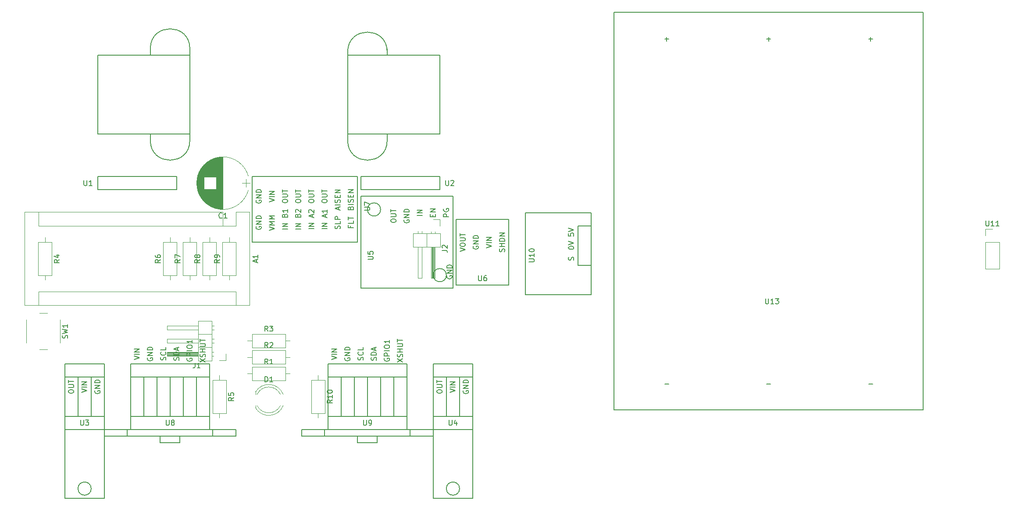
<source format=gto>
G04 #@! TF.GenerationSoftware,KiCad,Pcbnew,(5.1.0)-1*
G04 #@! TF.CreationDate,2019-05-07T21:37:48+02:00*
G04 #@! TF.ProjectId,bigmax,6269676d-6178-42e6-9b69-6361645f7063,v2*
G04 #@! TF.SameCoordinates,Original*
G04 #@! TF.FileFunction,Legend,Top*
G04 #@! TF.FilePolarity,Positive*
%FSLAX46Y46*%
G04 Gerber Fmt 4.6, Leading zero omitted, Abs format (unit mm)*
G04 Created by KiCad (PCBNEW (5.1.0)-1) date 2019-05-07 21:37:48*
%MOMM*%
%LPD*%
G04 APERTURE LIST*
%ADD10C,0.150000*%
%ADD11C,0.120000*%
G04 APERTURE END LIST*
D10*
X72390000Y-71120000D02*
X72390000Y-69850000D01*
X128270000Y-69850000D02*
X110490000Y-69850000D01*
X110490000Y-69850000D02*
X110490000Y-54610000D01*
X118110000Y-53340000D02*
X118110000Y-54610000D01*
X110490000Y-53975000D02*
G75*
G02X118110000Y-53975000I3810000J0D01*
G01*
X128270000Y-54610000D02*
X128270000Y-69850000D01*
X110490000Y-53340000D02*
X110490000Y-54610000D01*
X118110000Y-71120000D02*
G75*
G02X110490000Y-71120000I-3810000J0D01*
G01*
X110490000Y-69850000D02*
X110490000Y-71120000D01*
X118110000Y-69850000D02*
X118110000Y-71120000D01*
X110490000Y-54610000D02*
X128270000Y-54610000D01*
X80010000Y-54610000D02*
X80010000Y-53340000D01*
X72390000Y-54610000D02*
X72390000Y-53340000D01*
X80010000Y-71120000D02*
X80010000Y-69850000D01*
X80010000Y-71120000D02*
G75*
G02X72390000Y-71120000I-3810000J0D01*
G01*
X72390000Y-53340000D02*
G75*
G02X80010000Y-53340000I3810000J0D01*
G01*
X62230000Y-69850000D02*
X62230000Y-54610000D01*
X80010000Y-69850000D02*
X62230000Y-69850000D01*
X80010000Y-54610000D02*
X80010000Y-69850000D01*
X62230000Y-54610000D02*
X80010000Y-54610000D01*
D11*
X91570000Y-103000000D02*
X91570000Y-84960000D01*
X48130000Y-103000000D02*
X91570000Y-103000000D01*
X48130000Y-84960000D02*
X48130000Y-103000000D01*
X50800000Y-87630000D02*
X50800000Y-84960000D01*
X86360000Y-87630000D02*
X50800000Y-87630000D01*
X86360000Y-87630000D02*
X86360000Y-84960000D01*
X50800000Y-100330000D02*
X50800000Y-103000000D01*
X88900000Y-100330000D02*
X50800000Y-100330000D01*
X88900000Y-100330000D02*
X88900000Y-103000000D01*
X91570000Y-84960000D02*
X88900000Y-84960000D01*
X86360000Y-84960000D02*
X48130000Y-84960000D01*
X88900000Y-87630000D02*
X88900000Y-84960000D01*
X86360000Y-87630000D02*
X88900000Y-87630000D01*
X90850000Y-80125000D02*
X90850000Y-78625000D01*
X91600000Y-79375000D02*
X90100000Y-79375000D01*
X81319000Y-79654000D02*
X81319000Y-79096000D01*
X81359000Y-80047000D02*
X81359000Y-78703000D01*
X81399000Y-80288000D02*
X81399000Y-78462000D01*
X81439000Y-80479000D02*
X81439000Y-78271000D01*
X81479000Y-80640000D02*
X81479000Y-78110000D01*
X81519000Y-80782000D02*
X81519000Y-77968000D01*
X81559000Y-80911000D02*
X81559000Y-77839000D01*
X81599000Y-81029000D02*
X81599000Y-77721000D01*
X81639000Y-81138000D02*
X81639000Y-77612000D01*
X81679000Y-81241000D02*
X81679000Y-77509000D01*
X81719000Y-81337000D02*
X81719000Y-77413000D01*
X81759000Y-81428000D02*
X81759000Y-77322000D01*
X81799000Y-81515000D02*
X81799000Y-77235000D01*
X81839000Y-81597000D02*
X81839000Y-77153000D01*
X81879000Y-81676000D02*
X81879000Y-77074000D01*
X81919000Y-81752000D02*
X81919000Y-76998000D01*
X81959000Y-81824000D02*
X81959000Y-76926000D01*
X81999000Y-81894000D02*
X81999000Y-76856000D01*
X82039000Y-81962000D02*
X82039000Y-76788000D01*
X82079000Y-82027000D02*
X82079000Y-76723000D01*
X82119000Y-82090000D02*
X82119000Y-76660000D01*
X82159000Y-82152000D02*
X82159000Y-76598000D01*
X82199000Y-82211000D02*
X82199000Y-76539000D01*
X82239000Y-82269000D02*
X82239000Y-76481000D01*
X82279000Y-82324000D02*
X82279000Y-76426000D01*
X82319000Y-82379000D02*
X82319000Y-76371000D01*
X82359000Y-82432000D02*
X82359000Y-76318000D01*
X82399000Y-82483000D02*
X82399000Y-76267000D01*
X82439000Y-82533000D02*
X82439000Y-76217000D01*
X82479000Y-82582000D02*
X82479000Y-76168000D01*
X82519000Y-82630000D02*
X82519000Y-76120000D01*
X82559000Y-82677000D02*
X82559000Y-76073000D01*
X82599000Y-82722000D02*
X82599000Y-76028000D01*
X82639000Y-82766000D02*
X82639000Y-75984000D01*
X82679000Y-82810000D02*
X82679000Y-75940000D01*
X82719000Y-82852000D02*
X82719000Y-75898000D01*
X82759000Y-78194000D02*
X82759000Y-75857000D01*
X82759000Y-82893000D02*
X82759000Y-80556000D01*
X82799000Y-78194000D02*
X82799000Y-75816000D01*
X82799000Y-82934000D02*
X82799000Y-80556000D01*
X82839000Y-78194000D02*
X82839000Y-75777000D01*
X82839000Y-82973000D02*
X82839000Y-80556000D01*
X82879000Y-78194000D02*
X82879000Y-75738000D01*
X82879000Y-83012000D02*
X82879000Y-80556000D01*
X82919000Y-78194000D02*
X82919000Y-75700000D01*
X82919000Y-83050000D02*
X82919000Y-80556000D01*
X82959000Y-78194000D02*
X82959000Y-75663000D01*
X82959000Y-83087000D02*
X82959000Y-80556000D01*
X82999000Y-78194000D02*
X82999000Y-75627000D01*
X82999000Y-83123000D02*
X82999000Y-80556000D01*
X83039000Y-78194000D02*
X83039000Y-75591000D01*
X83039000Y-83159000D02*
X83039000Y-80556000D01*
X83079000Y-78194000D02*
X83079000Y-75556000D01*
X83079000Y-83194000D02*
X83079000Y-80556000D01*
X83119000Y-78194000D02*
X83119000Y-75522000D01*
X83119000Y-83228000D02*
X83119000Y-80556000D01*
X83159000Y-78194000D02*
X83159000Y-75489000D01*
X83159000Y-83261000D02*
X83159000Y-80556000D01*
X83199000Y-78194000D02*
X83199000Y-75456000D01*
X83199000Y-83294000D02*
X83199000Y-80556000D01*
X83239000Y-78194000D02*
X83239000Y-75424000D01*
X83239000Y-83326000D02*
X83239000Y-80556000D01*
X83279000Y-78194000D02*
X83279000Y-75393000D01*
X83279000Y-83357000D02*
X83279000Y-80556000D01*
X83319000Y-78194000D02*
X83319000Y-75362000D01*
X83319000Y-83388000D02*
X83319000Y-80556000D01*
X83359000Y-78194000D02*
X83359000Y-75332000D01*
X83359000Y-83418000D02*
X83359000Y-80556000D01*
X83399000Y-78194000D02*
X83399000Y-75303000D01*
X83399000Y-83447000D02*
X83399000Y-80556000D01*
X83439000Y-78194000D02*
X83439000Y-75274000D01*
X83439000Y-83476000D02*
X83439000Y-80556000D01*
X83479000Y-78194000D02*
X83479000Y-75245000D01*
X83479000Y-83505000D02*
X83479000Y-80556000D01*
X83519000Y-78194000D02*
X83519000Y-75218000D01*
X83519000Y-83532000D02*
X83519000Y-80556000D01*
X83559000Y-78194000D02*
X83559000Y-75190000D01*
X83559000Y-83560000D02*
X83559000Y-80556000D01*
X83599000Y-78194000D02*
X83599000Y-75164000D01*
X83599000Y-83586000D02*
X83599000Y-80556000D01*
X83639000Y-78194000D02*
X83639000Y-75138000D01*
X83639000Y-83612000D02*
X83639000Y-80556000D01*
X83679000Y-78194000D02*
X83679000Y-75112000D01*
X83679000Y-83638000D02*
X83679000Y-80556000D01*
X83719000Y-78194000D02*
X83719000Y-75087000D01*
X83719000Y-83663000D02*
X83719000Y-80556000D01*
X83759000Y-78194000D02*
X83759000Y-75063000D01*
X83759000Y-83687000D02*
X83759000Y-80556000D01*
X83799000Y-78194000D02*
X83799000Y-75039000D01*
X83799000Y-83711000D02*
X83799000Y-80556000D01*
X83839000Y-78194000D02*
X83839000Y-75015000D01*
X83839000Y-83735000D02*
X83839000Y-80556000D01*
X83879000Y-78194000D02*
X83879000Y-74992000D01*
X83879000Y-83758000D02*
X83879000Y-80556000D01*
X83919000Y-78194000D02*
X83919000Y-74970000D01*
X83919000Y-83780000D02*
X83919000Y-80556000D01*
X83959000Y-78194000D02*
X83959000Y-74947000D01*
X83959000Y-83803000D02*
X83959000Y-80556000D01*
X83999000Y-78194000D02*
X83999000Y-74926000D01*
X83999000Y-83824000D02*
X83999000Y-80556000D01*
X84039000Y-78194000D02*
X84039000Y-74905000D01*
X84039000Y-83845000D02*
X84039000Y-80556000D01*
X84079000Y-78194000D02*
X84079000Y-74884000D01*
X84079000Y-83866000D02*
X84079000Y-80556000D01*
X84119000Y-78194000D02*
X84119000Y-74864000D01*
X84119000Y-83886000D02*
X84119000Y-80556000D01*
X84159000Y-78194000D02*
X84159000Y-74844000D01*
X84159000Y-83906000D02*
X84159000Y-80556000D01*
X84199000Y-78194000D02*
X84199000Y-74825000D01*
X84199000Y-83925000D02*
X84199000Y-80556000D01*
X84239000Y-78194000D02*
X84239000Y-74806000D01*
X84239000Y-83944000D02*
X84239000Y-80556000D01*
X84279000Y-78194000D02*
X84279000Y-74787000D01*
X84279000Y-83963000D02*
X84279000Y-80556000D01*
X84319000Y-78194000D02*
X84319000Y-74769000D01*
X84319000Y-83981000D02*
X84319000Y-80556000D01*
X84359000Y-78194000D02*
X84359000Y-74751000D01*
X84359000Y-83999000D02*
X84359000Y-80556000D01*
X84399000Y-78194000D02*
X84399000Y-74734000D01*
X84399000Y-84016000D02*
X84399000Y-80556000D01*
X84439000Y-78194000D02*
X84439000Y-74717000D01*
X84439000Y-84033000D02*
X84439000Y-80556000D01*
X84479000Y-78194000D02*
X84479000Y-74701000D01*
X84479000Y-84049000D02*
X84479000Y-80556000D01*
X84519000Y-78194000D02*
X84519000Y-74684000D01*
X84519000Y-84066000D02*
X84519000Y-80556000D01*
X84559000Y-78194000D02*
X84559000Y-74669000D01*
X84559000Y-84081000D02*
X84559000Y-80556000D01*
X84599000Y-78194000D02*
X84599000Y-74653000D01*
X84599000Y-84097000D02*
X84599000Y-80556000D01*
X84639000Y-78194000D02*
X84639000Y-74638000D01*
X84639000Y-84112000D02*
X84639000Y-80556000D01*
X84679000Y-78194000D02*
X84679000Y-74624000D01*
X84679000Y-84126000D02*
X84679000Y-80556000D01*
X84719000Y-78194000D02*
X84719000Y-74610000D01*
X84719000Y-84140000D02*
X84719000Y-80556000D01*
X84759000Y-78194000D02*
X84759000Y-74596000D01*
X84759000Y-84154000D02*
X84759000Y-80556000D01*
X84799000Y-78194000D02*
X84799000Y-74583000D01*
X84799000Y-84167000D02*
X84799000Y-80556000D01*
X84839000Y-78194000D02*
X84839000Y-74569000D01*
X84839000Y-84181000D02*
X84839000Y-80556000D01*
X84879000Y-78194000D02*
X84879000Y-74557000D01*
X84879000Y-84193000D02*
X84879000Y-80556000D01*
X84919000Y-78194000D02*
X84919000Y-74544000D01*
X84919000Y-84206000D02*
X84919000Y-80556000D01*
X84959000Y-78194000D02*
X84959000Y-74532000D01*
X84959000Y-84218000D02*
X84959000Y-80556000D01*
X84999000Y-78194000D02*
X84999000Y-74521000D01*
X84999000Y-84229000D02*
X84999000Y-80556000D01*
X85039000Y-78194000D02*
X85039000Y-74510000D01*
X85039000Y-84240000D02*
X85039000Y-80556000D01*
X85079000Y-78194000D02*
X85079000Y-74499000D01*
X85079000Y-84251000D02*
X85079000Y-80556000D01*
X85119000Y-84262000D02*
X85119000Y-74488000D01*
X85159000Y-84272000D02*
X85159000Y-74478000D01*
X85199000Y-84282000D02*
X85199000Y-74468000D01*
X85239000Y-84292000D02*
X85239000Y-74458000D01*
X85279000Y-84301000D02*
X85279000Y-74449000D01*
X85319000Y-84310000D02*
X85319000Y-74440000D01*
X85359000Y-84318000D02*
X85359000Y-74432000D01*
X85399000Y-84326000D02*
X85399000Y-74424000D01*
X85439000Y-84334000D02*
X85439000Y-74416000D01*
X85479000Y-84342000D02*
X85479000Y-74408000D01*
X85519000Y-84349000D02*
X85519000Y-74401000D01*
X85559000Y-84356000D02*
X85559000Y-74394000D01*
X85599000Y-84362000D02*
X85599000Y-74388000D01*
X85639000Y-84368000D02*
X85639000Y-74382000D01*
X85679000Y-84374000D02*
X85679000Y-74376000D01*
X85720000Y-84380000D02*
X85720000Y-74370000D01*
X85760000Y-84385000D02*
X85760000Y-74365000D01*
X85800000Y-84390000D02*
X85800000Y-74360000D01*
X85840000Y-84395000D02*
X85840000Y-74355000D01*
X85880000Y-84399000D02*
X85880000Y-74351000D01*
X85920000Y-84403000D02*
X85920000Y-74347000D01*
X85960000Y-84406000D02*
X85960000Y-74344000D01*
X86000000Y-84410000D02*
X86000000Y-74340000D01*
X86040000Y-84413000D02*
X86040000Y-74337000D01*
X86080000Y-84415000D02*
X86080000Y-74335000D01*
X86120000Y-84418000D02*
X86120000Y-74332000D01*
X86160000Y-84420000D02*
X86160000Y-74330000D01*
X86200000Y-84422000D02*
X86200000Y-74328000D01*
X86240000Y-84423000D02*
X86240000Y-74327000D01*
X86280000Y-84424000D02*
X86280000Y-74326000D01*
X86320000Y-84425000D02*
X86320000Y-74325000D01*
X86360000Y-84425000D02*
X86360000Y-74325000D01*
X86400000Y-84425000D02*
X86400000Y-74325000D01*
X81501563Y-77991736D02*
G75*
G03X81500643Y-80755000I4898437J-1383264D01*
G01*
X81501563Y-77991736D02*
G75*
G02X91299357Y-77995000I4898437J-1383264D01*
G01*
X81501563Y-80758264D02*
G75*
G03X91299357Y-80755000I4898437J1383264D01*
G01*
X99350000Y-116205000D02*
X98460000Y-116205000D01*
X91150000Y-116205000D02*
X92040000Y-116205000D01*
X98460000Y-114895000D02*
X92040000Y-114895000D01*
X98460000Y-117515000D02*
X98460000Y-114895000D01*
X92040000Y-117515000D02*
X98460000Y-117515000D01*
X92040000Y-114895000D02*
X92040000Y-117515000D01*
X92040000Y-111720000D02*
X92040000Y-114340000D01*
X92040000Y-114340000D02*
X98460000Y-114340000D01*
X98460000Y-114340000D02*
X98460000Y-111720000D01*
X98460000Y-111720000D02*
X92040000Y-111720000D01*
X91150000Y-113030000D02*
X92040000Y-113030000D01*
X99350000Y-113030000D02*
X98460000Y-113030000D01*
X92040000Y-108545000D02*
X92040000Y-111165000D01*
X92040000Y-111165000D02*
X98460000Y-111165000D01*
X98460000Y-111165000D02*
X98460000Y-108545000D01*
X98460000Y-108545000D02*
X92040000Y-108545000D01*
X91150000Y-109855000D02*
X92040000Y-109855000D01*
X99350000Y-109855000D02*
X98460000Y-109855000D01*
X52070000Y-98080000D02*
X52070000Y-97190000D01*
X52070000Y-89880000D02*
X52070000Y-90770000D01*
X53380000Y-97190000D02*
X53380000Y-90770000D01*
X50760000Y-97190000D02*
X53380000Y-97190000D01*
X50760000Y-90770000D02*
X50760000Y-97190000D01*
X53380000Y-90770000D02*
X50760000Y-90770000D01*
X87035000Y-117440000D02*
X84415000Y-117440000D01*
X84415000Y-117440000D02*
X84415000Y-123860000D01*
X84415000Y-123860000D02*
X87035000Y-123860000D01*
X87035000Y-123860000D02*
X87035000Y-117440000D01*
X85725000Y-116550000D02*
X85725000Y-117440000D01*
X85725000Y-124750000D02*
X85725000Y-123860000D01*
X74890000Y-97190000D02*
X77510000Y-97190000D01*
X77510000Y-97190000D02*
X77510000Y-90770000D01*
X77510000Y-90770000D02*
X74890000Y-90770000D01*
X74890000Y-90770000D02*
X74890000Y-97190000D01*
X76200000Y-98080000D02*
X76200000Y-97190000D01*
X76200000Y-89880000D02*
X76200000Y-90770000D01*
X80010000Y-89880000D02*
X80010000Y-90770000D01*
X80010000Y-98080000D02*
X80010000Y-97190000D01*
X78700000Y-90770000D02*
X78700000Y-97190000D01*
X81320000Y-90770000D02*
X78700000Y-90770000D01*
X81320000Y-97190000D02*
X81320000Y-90770000D01*
X78700000Y-97190000D02*
X81320000Y-97190000D01*
X82510000Y-97190000D02*
X85130000Y-97190000D01*
X85130000Y-97190000D02*
X85130000Y-90770000D01*
X85130000Y-90770000D02*
X82510000Y-90770000D01*
X82510000Y-90770000D02*
X82510000Y-97190000D01*
X83820000Y-98080000D02*
X83820000Y-97190000D01*
X83820000Y-89880000D02*
X83820000Y-90770000D01*
X87630000Y-89880000D02*
X87630000Y-90770000D01*
X87630000Y-98080000D02*
X87630000Y-97190000D01*
X86320000Y-90770000D02*
X86320000Y-97190000D01*
X88940000Y-90770000D02*
X86320000Y-90770000D01*
X88940000Y-97190000D02*
X88940000Y-90770000D01*
X86320000Y-97190000D02*
X88940000Y-97190000D01*
X104775000Y-124750000D02*
X104775000Y-123860000D01*
X104775000Y-116550000D02*
X104775000Y-117440000D01*
X106085000Y-123860000D02*
X106085000Y-117440000D01*
X103465000Y-123860000D02*
X106085000Y-123860000D01*
X103465000Y-117440000D02*
X103465000Y-123860000D01*
X106085000Y-117440000D02*
X103465000Y-117440000D01*
X50975000Y-111525000D02*
X52475000Y-111525000D01*
X54975000Y-110275000D02*
X54975000Y-105775000D01*
X52475000Y-104525000D02*
X50975000Y-104525000D01*
X48475000Y-105775000D02*
X48475000Y-110275000D01*
D10*
X77470000Y-80645000D02*
X62230000Y-80645000D01*
X62230000Y-80645000D02*
X62230000Y-78105000D01*
X62230000Y-78105000D02*
X77470000Y-78105000D01*
X77470000Y-78105000D02*
X77470000Y-80645000D01*
X128270000Y-78105000D02*
X128270000Y-80645000D01*
X113030000Y-78105000D02*
X128270000Y-78105000D01*
X113030000Y-80645000D02*
X113030000Y-78105000D01*
X128270000Y-80645000D02*
X113030000Y-80645000D01*
X55880000Y-114300000D02*
X55880000Y-116840000D01*
X63500000Y-114300000D02*
X55880000Y-114300000D01*
X63500000Y-116840000D02*
X63500000Y-114300000D01*
X60960000Y-138430000D02*
G75*
G03X60960000Y-138430000I-1270000J0D01*
G01*
X55880000Y-127000000D02*
X63500000Y-127000000D01*
X63500000Y-140335000D02*
X55880000Y-140335000D01*
X55880000Y-127000000D02*
X55880000Y-124460000D01*
X63500000Y-124460000D02*
X63500000Y-127000000D01*
X55880000Y-124460000D02*
X63500000Y-124460000D01*
X58420000Y-124460000D02*
X58420000Y-116840000D01*
X60960000Y-124460000D02*
X60960000Y-116840000D01*
X55880000Y-116840000D02*
X55880000Y-124460000D01*
X63500000Y-116840000D02*
X55880000Y-116840000D01*
X63500000Y-124460000D02*
X63500000Y-116840000D01*
X55880000Y-140335000D02*
X55880000Y-127000000D01*
X63500000Y-127000000D02*
X63500000Y-140335000D01*
X134620000Y-127000000D02*
X134620000Y-140335000D01*
X127000000Y-140335000D02*
X127000000Y-127000000D01*
X134620000Y-124460000D02*
X134620000Y-116840000D01*
X134620000Y-116840000D02*
X127000000Y-116840000D01*
X127000000Y-116840000D02*
X127000000Y-124460000D01*
X132080000Y-124460000D02*
X132080000Y-116840000D01*
X129540000Y-124460000D02*
X129540000Y-116840000D01*
X127000000Y-124460000D02*
X134620000Y-124460000D01*
X134620000Y-124460000D02*
X134620000Y-127000000D01*
X127000000Y-127000000D02*
X127000000Y-124460000D01*
X134620000Y-140335000D02*
X127000000Y-140335000D01*
X127000000Y-127000000D02*
X134620000Y-127000000D01*
X132080000Y-138430000D02*
G75*
G03X132080000Y-138430000I-1270000J0D01*
G01*
X134620000Y-116840000D02*
X134620000Y-114300000D01*
X134620000Y-114300000D02*
X127000000Y-114300000D01*
X127000000Y-114300000D02*
X127000000Y-116840000D01*
D11*
X86995000Y-113665000D02*
X85725000Y-113665000D01*
X86995000Y-112395000D02*
X86995000Y-113665000D01*
X84682071Y-106935000D02*
X84285000Y-106935000D01*
X84682071Y-107695000D02*
X84285000Y-107695000D01*
X75625000Y-106935000D02*
X81625000Y-106935000D01*
X75625000Y-107695000D02*
X75625000Y-106935000D01*
X81625000Y-107695000D02*
X75625000Y-107695000D01*
X84285000Y-108585000D02*
X81625000Y-108585000D01*
X84682071Y-109475000D02*
X84285000Y-109475000D01*
X84682071Y-110235000D02*
X84285000Y-110235000D01*
X75625000Y-109475000D02*
X81625000Y-109475000D01*
X75625000Y-110235000D02*
X75625000Y-109475000D01*
X81625000Y-110235000D02*
X75625000Y-110235000D01*
X84285000Y-111125000D02*
X81625000Y-111125000D01*
X84615000Y-112015000D02*
X84285000Y-112015000D01*
X84615000Y-112775000D02*
X84285000Y-112775000D01*
X81625000Y-112115000D02*
X75625000Y-112115000D01*
X81625000Y-112235000D02*
X75625000Y-112235000D01*
X81625000Y-112355000D02*
X75625000Y-112355000D01*
X81625000Y-112475000D02*
X75625000Y-112475000D01*
X81625000Y-112595000D02*
X75625000Y-112595000D01*
X81625000Y-112715000D02*
X75625000Y-112715000D01*
X75625000Y-112015000D02*
X81625000Y-112015000D01*
X75625000Y-112775000D02*
X75625000Y-112015000D01*
X81625000Y-112775000D02*
X75625000Y-112775000D01*
X81625000Y-113725000D02*
X84285000Y-113725000D01*
X81625000Y-105985000D02*
X81625000Y-113725000D01*
X84285000Y-105985000D02*
X81625000Y-105985000D01*
X84285000Y-113725000D02*
X84285000Y-105985000D01*
X128270000Y-86360000D02*
X128270000Y-87630000D01*
X127000000Y-86360000D02*
X128270000Y-86360000D01*
X124080000Y-88672929D02*
X124080000Y-89070000D01*
X124840000Y-88672929D02*
X124840000Y-89070000D01*
X124080000Y-97730000D02*
X124080000Y-91730000D01*
X124840000Y-97730000D02*
X124080000Y-97730000D01*
X124840000Y-91730000D02*
X124840000Y-97730000D01*
X125730000Y-89070000D02*
X125730000Y-91730000D01*
X126620000Y-88740000D02*
X126620000Y-89070000D01*
X127380000Y-88740000D02*
X127380000Y-89070000D01*
X126720000Y-91730000D02*
X126720000Y-97730000D01*
X126840000Y-91730000D02*
X126840000Y-97730000D01*
X126960000Y-91730000D02*
X126960000Y-97730000D01*
X127080000Y-91730000D02*
X127080000Y-97730000D01*
X127200000Y-91730000D02*
X127200000Y-97730000D01*
X127320000Y-91730000D02*
X127320000Y-97730000D01*
X126620000Y-97730000D02*
X126620000Y-91730000D01*
X127380000Y-97730000D02*
X126620000Y-97730000D01*
X127380000Y-91730000D02*
X127380000Y-97730000D01*
X128330000Y-91730000D02*
X128330000Y-89070000D01*
X123130000Y-91730000D02*
X128330000Y-91730000D01*
X123130000Y-89070000D02*
X123130000Y-91730000D01*
X128330000Y-89070000D02*
X123130000Y-89070000D01*
D10*
X130810000Y-81915000D02*
X130810000Y-99695000D01*
X130810000Y-81915000D02*
X113030000Y-81915000D01*
X130810000Y-99695000D02*
X113030000Y-99695000D01*
X113030000Y-99695000D02*
X113030000Y-81915000D01*
X129540000Y-97155000D02*
G75*
G03X129540000Y-97155000I-1270000J0D01*
G01*
X116840000Y-84455000D02*
G75*
G03X116840000Y-84455000I-1270000J0D01*
G01*
X131445000Y-86360000D02*
X141605000Y-86360000D01*
X141605000Y-86360000D02*
X141605000Y-99060000D01*
X141605000Y-99060000D02*
X131445000Y-99060000D01*
X131445000Y-99060000D02*
X131445000Y-86360000D01*
X92075000Y-90805000D02*
X92075000Y-78105000D01*
X92075000Y-90805000D02*
X112395000Y-90805000D01*
X112395000Y-90805000D02*
X112395000Y-78105000D01*
X112395000Y-78105000D02*
X92075000Y-78105000D01*
X84455000Y-127000000D02*
X84455000Y-128270000D01*
X67945000Y-127000000D02*
X67945000Y-128270000D01*
X83820000Y-114300000D02*
X83820000Y-116840000D01*
X68580000Y-114300000D02*
X83820000Y-114300000D01*
X68580000Y-116840000D02*
X68580000Y-114300000D01*
X78105000Y-129540000D02*
X78105000Y-128270000D01*
X74295000Y-129540000D02*
X78105000Y-129540000D01*
X74295000Y-128270000D02*
X74295000Y-129540000D01*
X88900000Y-127000000D02*
X83820000Y-127000000D01*
X88900000Y-128270000D02*
X88900000Y-127000000D01*
X63500000Y-128270000D02*
X88900000Y-128270000D01*
X63500000Y-127000000D02*
X63500000Y-128270000D01*
X68580000Y-127000000D02*
X63500000Y-127000000D01*
X83820000Y-127000000D02*
X83820000Y-124460000D01*
X68580000Y-127000000D02*
X83820000Y-127000000D01*
X68580000Y-124460000D02*
X68580000Y-127000000D01*
X73660000Y-116840000D02*
X73660000Y-124460000D01*
X76200000Y-116840000D02*
X76200000Y-124460000D01*
X78740000Y-116840000D02*
X78740000Y-124460000D01*
X81280000Y-116840000D02*
X81280000Y-124460000D01*
X83820000Y-124460000D02*
X83820000Y-116840000D01*
X68580000Y-124460000D02*
X83820000Y-124460000D01*
X68580000Y-116840000D02*
X68580000Y-124460000D01*
X71120000Y-116840000D02*
X71120000Y-124460000D01*
X68580000Y-116840000D02*
X83820000Y-116840000D01*
X106680000Y-116840000D02*
X121920000Y-116840000D01*
X109220000Y-116840000D02*
X109220000Y-124460000D01*
X106680000Y-116840000D02*
X106680000Y-124460000D01*
X106680000Y-124460000D02*
X121920000Y-124460000D01*
X121920000Y-124460000D02*
X121920000Y-116840000D01*
X119380000Y-116840000D02*
X119380000Y-124460000D01*
X116840000Y-116840000D02*
X116840000Y-124460000D01*
X114300000Y-116840000D02*
X114300000Y-124460000D01*
X111760000Y-116840000D02*
X111760000Y-124460000D01*
X106680000Y-124460000D02*
X106680000Y-127000000D01*
X106680000Y-127000000D02*
X121920000Y-127000000D01*
X121920000Y-127000000D02*
X121920000Y-124460000D01*
X106680000Y-127000000D02*
X101600000Y-127000000D01*
X101600000Y-127000000D02*
X101600000Y-128270000D01*
X101600000Y-128270000D02*
X127000000Y-128270000D01*
X127000000Y-128270000D02*
X127000000Y-127000000D01*
X127000000Y-127000000D02*
X121920000Y-127000000D01*
X112395000Y-128270000D02*
X112395000Y-129540000D01*
X112395000Y-129540000D02*
X116205000Y-129540000D01*
X116205000Y-129540000D02*
X116205000Y-128270000D01*
X106680000Y-116840000D02*
X106680000Y-114300000D01*
X106680000Y-114300000D02*
X121920000Y-114300000D01*
X121920000Y-114300000D02*
X121920000Y-116840000D01*
X106045000Y-127000000D02*
X106045000Y-128270000D01*
X122555000Y-127000000D02*
X122555000Y-128270000D01*
X157480000Y-87630000D02*
X154940000Y-87630000D01*
X154940000Y-87630000D02*
X154940000Y-95250000D01*
X154940000Y-95250000D02*
X157480000Y-95250000D01*
X157480000Y-95250000D02*
X157480000Y-87630000D01*
X157480000Y-100965000D02*
X157480000Y-85090000D01*
X157480000Y-85090000D02*
X144780000Y-85090000D01*
X157480000Y-100965000D02*
X144780000Y-100965000D01*
X144780000Y-100965000D02*
X144780000Y-85090000D01*
D11*
X233620000Y-88205000D02*
X234950000Y-88205000D01*
X233620000Y-89535000D02*
X233620000Y-88205000D01*
X233620000Y-90805000D02*
X236280000Y-90805000D01*
X236280000Y-90805000D02*
X236280000Y-95945000D01*
X233620000Y-90805000D02*
X233620000Y-95945000D01*
X233620000Y-95945000D02*
X236280000Y-95945000D01*
D10*
X161925000Y-46355000D02*
X221615000Y-46355000D01*
X221615000Y-46355000D02*
X221615000Y-123190000D01*
X221615000Y-123190000D02*
X161925000Y-123190000D01*
X161925000Y-123190000D02*
X161925000Y-46355000D01*
D11*
X92690000Y-122365000D02*
X92690000Y-122830000D01*
X92690000Y-119740000D02*
X92690000Y-120205000D01*
X97504479Y-122365429D02*
G75*
G02X92995316Y-122365000I-2254479J1080429D01*
G01*
X97504479Y-120204571D02*
G75*
G03X92995316Y-120205000I-2254479J-1080429D01*
G01*
X98037815Y-122365827D02*
G75*
G02X92690000Y-122829830I-2787815J1080827D01*
G01*
X98037815Y-120204173D02*
G75*
G03X92690000Y-119740170I-2787815J-1080827D01*
G01*
D10*
X92876666Y-94694285D02*
X92876666Y-94218095D01*
X93162380Y-94789523D02*
X92162380Y-94456190D01*
X93162380Y-94122857D01*
X93162380Y-93265714D02*
X93162380Y-93837142D01*
X93162380Y-93551428D02*
X92162380Y-93551428D01*
X92305238Y-93646666D01*
X92400476Y-93741904D01*
X92448095Y-93837142D01*
X86233333Y-86042142D02*
X86185714Y-86089761D01*
X86042857Y-86137380D01*
X85947619Y-86137380D01*
X85804761Y-86089761D01*
X85709523Y-85994523D01*
X85661904Y-85899285D01*
X85614285Y-85708809D01*
X85614285Y-85565952D01*
X85661904Y-85375476D01*
X85709523Y-85280238D01*
X85804761Y-85185000D01*
X85947619Y-85137380D01*
X86042857Y-85137380D01*
X86185714Y-85185000D01*
X86233333Y-85232619D01*
X87185714Y-86137380D02*
X86614285Y-86137380D01*
X86900000Y-86137380D02*
X86900000Y-85137380D01*
X86804761Y-85280238D01*
X86709523Y-85375476D01*
X86614285Y-85423095D01*
X95083333Y-114347380D02*
X94750000Y-113871190D01*
X94511904Y-114347380D02*
X94511904Y-113347380D01*
X94892857Y-113347380D01*
X94988095Y-113395000D01*
X95035714Y-113442619D01*
X95083333Y-113537857D01*
X95083333Y-113680714D01*
X95035714Y-113775952D01*
X94988095Y-113823571D01*
X94892857Y-113871190D01*
X94511904Y-113871190D01*
X96035714Y-114347380D02*
X95464285Y-114347380D01*
X95750000Y-114347380D02*
X95750000Y-113347380D01*
X95654761Y-113490238D01*
X95559523Y-113585476D01*
X95464285Y-113633095D01*
X95083333Y-111172380D02*
X94750000Y-110696190D01*
X94511904Y-111172380D02*
X94511904Y-110172380D01*
X94892857Y-110172380D01*
X94988095Y-110220000D01*
X95035714Y-110267619D01*
X95083333Y-110362857D01*
X95083333Y-110505714D01*
X95035714Y-110600952D01*
X94988095Y-110648571D01*
X94892857Y-110696190D01*
X94511904Y-110696190D01*
X95464285Y-110267619D02*
X95511904Y-110220000D01*
X95607142Y-110172380D01*
X95845238Y-110172380D01*
X95940476Y-110220000D01*
X95988095Y-110267619D01*
X96035714Y-110362857D01*
X96035714Y-110458095D01*
X95988095Y-110600952D01*
X95416666Y-111172380D01*
X96035714Y-111172380D01*
X95083333Y-107997380D02*
X94750000Y-107521190D01*
X94511904Y-107997380D02*
X94511904Y-106997380D01*
X94892857Y-106997380D01*
X94988095Y-107045000D01*
X95035714Y-107092619D01*
X95083333Y-107187857D01*
X95083333Y-107330714D01*
X95035714Y-107425952D01*
X94988095Y-107473571D01*
X94892857Y-107521190D01*
X94511904Y-107521190D01*
X95416666Y-106997380D02*
X96035714Y-106997380D01*
X95702380Y-107378333D01*
X95845238Y-107378333D01*
X95940476Y-107425952D01*
X95988095Y-107473571D01*
X96035714Y-107568809D01*
X96035714Y-107806904D01*
X95988095Y-107902142D01*
X95940476Y-107949761D01*
X95845238Y-107997380D01*
X95559523Y-107997380D01*
X95464285Y-107949761D01*
X95416666Y-107902142D01*
X54832380Y-94146666D02*
X54356190Y-94480000D01*
X54832380Y-94718095D02*
X53832380Y-94718095D01*
X53832380Y-94337142D01*
X53880000Y-94241904D01*
X53927619Y-94194285D01*
X54022857Y-94146666D01*
X54165714Y-94146666D01*
X54260952Y-94194285D01*
X54308571Y-94241904D01*
X54356190Y-94337142D01*
X54356190Y-94718095D01*
X54165714Y-93289523D02*
X54832380Y-93289523D01*
X53784761Y-93527619D02*
X54499047Y-93765714D01*
X54499047Y-93146666D01*
X88487380Y-120816666D02*
X88011190Y-121150000D01*
X88487380Y-121388095D02*
X87487380Y-121388095D01*
X87487380Y-121007142D01*
X87535000Y-120911904D01*
X87582619Y-120864285D01*
X87677857Y-120816666D01*
X87820714Y-120816666D01*
X87915952Y-120864285D01*
X87963571Y-120911904D01*
X88011190Y-121007142D01*
X88011190Y-121388095D01*
X87487380Y-119911904D02*
X87487380Y-120388095D01*
X87963571Y-120435714D01*
X87915952Y-120388095D01*
X87868333Y-120292857D01*
X87868333Y-120054761D01*
X87915952Y-119959523D01*
X87963571Y-119911904D01*
X88058809Y-119864285D01*
X88296904Y-119864285D01*
X88392142Y-119911904D01*
X88439761Y-119959523D01*
X88487380Y-120054761D01*
X88487380Y-120292857D01*
X88439761Y-120388095D01*
X88392142Y-120435714D01*
X74342380Y-94146666D02*
X73866190Y-94480000D01*
X74342380Y-94718095D02*
X73342380Y-94718095D01*
X73342380Y-94337142D01*
X73390000Y-94241904D01*
X73437619Y-94194285D01*
X73532857Y-94146666D01*
X73675714Y-94146666D01*
X73770952Y-94194285D01*
X73818571Y-94241904D01*
X73866190Y-94337142D01*
X73866190Y-94718095D01*
X73342380Y-93289523D02*
X73342380Y-93480000D01*
X73390000Y-93575238D01*
X73437619Y-93622857D01*
X73580476Y-93718095D01*
X73770952Y-93765714D01*
X74151904Y-93765714D01*
X74247142Y-93718095D01*
X74294761Y-93670476D01*
X74342380Y-93575238D01*
X74342380Y-93384761D01*
X74294761Y-93289523D01*
X74247142Y-93241904D01*
X74151904Y-93194285D01*
X73913809Y-93194285D01*
X73818571Y-93241904D01*
X73770952Y-93289523D01*
X73723333Y-93384761D01*
X73723333Y-93575238D01*
X73770952Y-93670476D01*
X73818571Y-93718095D01*
X73913809Y-93765714D01*
X78152380Y-94146666D02*
X77676190Y-94480000D01*
X78152380Y-94718095D02*
X77152380Y-94718095D01*
X77152380Y-94337142D01*
X77200000Y-94241904D01*
X77247619Y-94194285D01*
X77342857Y-94146666D01*
X77485714Y-94146666D01*
X77580952Y-94194285D01*
X77628571Y-94241904D01*
X77676190Y-94337142D01*
X77676190Y-94718095D01*
X77152380Y-93813333D02*
X77152380Y-93146666D01*
X78152380Y-93575238D01*
X81962380Y-94146666D02*
X81486190Y-94480000D01*
X81962380Y-94718095D02*
X80962380Y-94718095D01*
X80962380Y-94337142D01*
X81010000Y-94241904D01*
X81057619Y-94194285D01*
X81152857Y-94146666D01*
X81295714Y-94146666D01*
X81390952Y-94194285D01*
X81438571Y-94241904D01*
X81486190Y-94337142D01*
X81486190Y-94718095D01*
X81390952Y-93575238D02*
X81343333Y-93670476D01*
X81295714Y-93718095D01*
X81200476Y-93765714D01*
X81152857Y-93765714D01*
X81057619Y-93718095D01*
X81010000Y-93670476D01*
X80962380Y-93575238D01*
X80962380Y-93384761D01*
X81010000Y-93289523D01*
X81057619Y-93241904D01*
X81152857Y-93194285D01*
X81200476Y-93194285D01*
X81295714Y-93241904D01*
X81343333Y-93289523D01*
X81390952Y-93384761D01*
X81390952Y-93575238D01*
X81438571Y-93670476D01*
X81486190Y-93718095D01*
X81581428Y-93765714D01*
X81771904Y-93765714D01*
X81867142Y-93718095D01*
X81914761Y-93670476D01*
X81962380Y-93575238D01*
X81962380Y-93384761D01*
X81914761Y-93289523D01*
X81867142Y-93241904D01*
X81771904Y-93194285D01*
X81581428Y-93194285D01*
X81486190Y-93241904D01*
X81438571Y-93289523D01*
X81390952Y-93384761D01*
X85772380Y-94146666D02*
X85296190Y-94480000D01*
X85772380Y-94718095D02*
X84772380Y-94718095D01*
X84772380Y-94337142D01*
X84820000Y-94241904D01*
X84867619Y-94194285D01*
X84962857Y-94146666D01*
X85105714Y-94146666D01*
X85200952Y-94194285D01*
X85248571Y-94241904D01*
X85296190Y-94337142D01*
X85296190Y-94718095D01*
X85772380Y-93670476D02*
X85772380Y-93480000D01*
X85724761Y-93384761D01*
X85677142Y-93337142D01*
X85534285Y-93241904D01*
X85343809Y-93194285D01*
X84962857Y-93194285D01*
X84867619Y-93241904D01*
X84820000Y-93289523D01*
X84772380Y-93384761D01*
X84772380Y-93575238D01*
X84820000Y-93670476D01*
X84867619Y-93718095D01*
X84962857Y-93765714D01*
X85200952Y-93765714D01*
X85296190Y-93718095D01*
X85343809Y-93670476D01*
X85391428Y-93575238D01*
X85391428Y-93384761D01*
X85343809Y-93289523D01*
X85296190Y-93241904D01*
X85200952Y-93194285D01*
X107537380Y-121292857D02*
X107061190Y-121626190D01*
X107537380Y-121864285D02*
X106537380Y-121864285D01*
X106537380Y-121483333D01*
X106585000Y-121388095D01*
X106632619Y-121340476D01*
X106727857Y-121292857D01*
X106870714Y-121292857D01*
X106965952Y-121340476D01*
X107013571Y-121388095D01*
X107061190Y-121483333D01*
X107061190Y-121864285D01*
X107537380Y-120340476D02*
X107537380Y-120911904D01*
X107537380Y-120626190D02*
X106537380Y-120626190D01*
X106680238Y-120721428D01*
X106775476Y-120816666D01*
X106823095Y-120911904D01*
X106537380Y-119721428D02*
X106537380Y-119626190D01*
X106585000Y-119530952D01*
X106632619Y-119483333D01*
X106727857Y-119435714D01*
X106918333Y-119388095D01*
X107156428Y-119388095D01*
X107346904Y-119435714D01*
X107442142Y-119483333D01*
X107489761Y-119530952D01*
X107537380Y-119626190D01*
X107537380Y-119721428D01*
X107489761Y-119816666D01*
X107442142Y-119864285D01*
X107346904Y-119911904D01*
X107156428Y-119959523D01*
X106918333Y-119959523D01*
X106727857Y-119911904D01*
X106632619Y-119864285D01*
X106585000Y-119816666D01*
X106537380Y-119721428D01*
X56379761Y-109358333D02*
X56427380Y-109215476D01*
X56427380Y-108977380D01*
X56379761Y-108882142D01*
X56332142Y-108834523D01*
X56236904Y-108786904D01*
X56141666Y-108786904D01*
X56046428Y-108834523D01*
X55998809Y-108882142D01*
X55951190Y-108977380D01*
X55903571Y-109167857D01*
X55855952Y-109263095D01*
X55808333Y-109310714D01*
X55713095Y-109358333D01*
X55617857Y-109358333D01*
X55522619Y-109310714D01*
X55475000Y-109263095D01*
X55427380Y-109167857D01*
X55427380Y-108929761D01*
X55475000Y-108786904D01*
X55427380Y-108453571D02*
X56427380Y-108215476D01*
X55713095Y-108025000D01*
X56427380Y-107834523D01*
X55427380Y-107596428D01*
X56427380Y-106691666D02*
X56427380Y-107263095D01*
X56427380Y-106977380D02*
X55427380Y-106977380D01*
X55570238Y-107072619D01*
X55665476Y-107167857D01*
X55713095Y-107263095D01*
X59563095Y-78827380D02*
X59563095Y-79636904D01*
X59610714Y-79732142D01*
X59658333Y-79779761D01*
X59753571Y-79827380D01*
X59944047Y-79827380D01*
X60039285Y-79779761D01*
X60086904Y-79732142D01*
X60134523Y-79636904D01*
X60134523Y-78827380D01*
X61134523Y-79827380D02*
X60563095Y-79827380D01*
X60848809Y-79827380D02*
X60848809Y-78827380D01*
X60753571Y-78970238D01*
X60658333Y-79065476D01*
X60563095Y-79113095D01*
X129413095Y-78827380D02*
X129413095Y-79636904D01*
X129460714Y-79732142D01*
X129508333Y-79779761D01*
X129603571Y-79827380D01*
X129794047Y-79827380D01*
X129889285Y-79779761D01*
X129936904Y-79732142D01*
X129984523Y-79636904D01*
X129984523Y-78827380D01*
X130413095Y-78922619D02*
X130460714Y-78875000D01*
X130555952Y-78827380D01*
X130794047Y-78827380D01*
X130889285Y-78875000D01*
X130936904Y-78922619D01*
X130984523Y-79017857D01*
X130984523Y-79113095D01*
X130936904Y-79255952D01*
X130365476Y-79827380D01*
X130984523Y-79827380D01*
X58928095Y-125182380D02*
X58928095Y-125991904D01*
X58975714Y-126087142D01*
X59023333Y-126134761D01*
X59118571Y-126182380D01*
X59309047Y-126182380D01*
X59404285Y-126134761D01*
X59451904Y-126087142D01*
X59499523Y-125991904D01*
X59499523Y-125182380D01*
X59880476Y-125182380D02*
X60499523Y-125182380D01*
X60166190Y-125563333D01*
X60309047Y-125563333D01*
X60404285Y-125610952D01*
X60451904Y-125658571D01*
X60499523Y-125753809D01*
X60499523Y-125991904D01*
X60451904Y-126087142D01*
X60404285Y-126134761D01*
X60309047Y-126182380D01*
X60023333Y-126182380D01*
X59928095Y-126134761D01*
X59880476Y-126087142D01*
X56602380Y-119745000D02*
X56602380Y-119554523D01*
X56650000Y-119459285D01*
X56745238Y-119364047D01*
X56935714Y-119316428D01*
X57269047Y-119316428D01*
X57459523Y-119364047D01*
X57554761Y-119459285D01*
X57602380Y-119554523D01*
X57602380Y-119745000D01*
X57554761Y-119840238D01*
X57459523Y-119935476D01*
X57269047Y-119983095D01*
X56935714Y-119983095D01*
X56745238Y-119935476D01*
X56650000Y-119840238D01*
X56602380Y-119745000D01*
X56602380Y-118887857D02*
X57411904Y-118887857D01*
X57507142Y-118840238D01*
X57554761Y-118792619D01*
X57602380Y-118697380D01*
X57602380Y-118506904D01*
X57554761Y-118411666D01*
X57507142Y-118364047D01*
X57411904Y-118316428D01*
X56602380Y-118316428D01*
X56602380Y-117983095D02*
X56602380Y-117411666D01*
X57602380Y-117697380D02*
X56602380Y-117697380D01*
X59142380Y-119840238D02*
X60142380Y-119506904D01*
X59142380Y-119173571D01*
X60142380Y-118840238D02*
X59142380Y-118840238D01*
X60142380Y-118364047D02*
X59142380Y-118364047D01*
X60142380Y-117792619D01*
X59142380Y-117792619D01*
X61730000Y-119506904D02*
X61682380Y-119602142D01*
X61682380Y-119745000D01*
X61730000Y-119887857D01*
X61825238Y-119983095D01*
X61920476Y-120030714D01*
X62110952Y-120078333D01*
X62253809Y-120078333D01*
X62444285Y-120030714D01*
X62539523Y-119983095D01*
X62634761Y-119887857D01*
X62682380Y-119745000D01*
X62682380Y-119649761D01*
X62634761Y-119506904D01*
X62587142Y-119459285D01*
X62253809Y-119459285D01*
X62253809Y-119649761D01*
X62682380Y-119030714D02*
X61682380Y-119030714D01*
X62682380Y-118459285D01*
X61682380Y-118459285D01*
X62682380Y-117983095D02*
X61682380Y-117983095D01*
X61682380Y-117745000D01*
X61730000Y-117602142D01*
X61825238Y-117506904D01*
X61920476Y-117459285D01*
X62110952Y-117411666D01*
X62253809Y-117411666D01*
X62444285Y-117459285D01*
X62539523Y-117506904D01*
X62634761Y-117602142D01*
X62682380Y-117745000D01*
X62682380Y-117983095D01*
X130048095Y-125182380D02*
X130048095Y-125991904D01*
X130095714Y-126087142D01*
X130143333Y-126134761D01*
X130238571Y-126182380D01*
X130429047Y-126182380D01*
X130524285Y-126134761D01*
X130571904Y-126087142D01*
X130619523Y-125991904D01*
X130619523Y-125182380D01*
X131524285Y-125515714D02*
X131524285Y-126182380D01*
X131286190Y-125134761D02*
X131048095Y-125849047D01*
X131667142Y-125849047D01*
X132850000Y-119506904D02*
X132802380Y-119602142D01*
X132802380Y-119745000D01*
X132850000Y-119887857D01*
X132945238Y-119983095D01*
X133040476Y-120030714D01*
X133230952Y-120078333D01*
X133373809Y-120078333D01*
X133564285Y-120030714D01*
X133659523Y-119983095D01*
X133754761Y-119887857D01*
X133802380Y-119745000D01*
X133802380Y-119649761D01*
X133754761Y-119506904D01*
X133707142Y-119459285D01*
X133373809Y-119459285D01*
X133373809Y-119649761D01*
X133802380Y-119030714D02*
X132802380Y-119030714D01*
X133802380Y-118459285D01*
X132802380Y-118459285D01*
X133802380Y-117983095D02*
X132802380Y-117983095D01*
X132802380Y-117745000D01*
X132850000Y-117602142D01*
X132945238Y-117506904D01*
X133040476Y-117459285D01*
X133230952Y-117411666D01*
X133373809Y-117411666D01*
X133564285Y-117459285D01*
X133659523Y-117506904D01*
X133754761Y-117602142D01*
X133802380Y-117745000D01*
X133802380Y-117983095D01*
X130262380Y-119840238D02*
X131262380Y-119506904D01*
X130262380Y-119173571D01*
X131262380Y-118840238D02*
X130262380Y-118840238D01*
X131262380Y-118364047D02*
X130262380Y-118364047D01*
X131262380Y-117792619D01*
X130262380Y-117792619D01*
X127722380Y-119745000D02*
X127722380Y-119554523D01*
X127770000Y-119459285D01*
X127865238Y-119364047D01*
X128055714Y-119316428D01*
X128389047Y-119316428D01*
X128579523Y-119364047D01*
X128674761Y-119459285D01*
X128722380Y-119554523D01*
X128722380Y-119745000D01*
X128674761Y-119840238D01*
X128579523Y-119935476D01*
X128389047Y-119983095D01*
X128055714Y-119983095D01*
X127865238Y-119935476D01*
X127770000Y-119840238D01*
X127722380Y-119745000D01*
X127722380Y-118887857D02*
X128531904Y-118887857D01*
X128627142Y-118840238D01*
X128674761Y-118792619D01*
X128722380Y-118697380D01*
X128722380Y-118506904D01*
X128674761Y-118411666D01*
X128627142Y-118364047D01*
X128531904Y-118316428D01*
X127722380Y-118316428D01*
X127722380Y-117983095D02*
X127722380Y-117411666D01*
X128722380Y-117697380D02*
X127722380Y-117697380D01*
X81006666Y-114117380D02*
X81006666Y-114831666D01*
X80959047Y-114974523D01*
X80863809Y-115069761D01*
X80720952Y-115117380D01*
X80625714Y-115117380D01*
X82006666Y-115117380D02*
X81435238Y-115117380D01*
X81720952Y-115117380D02*
X81720952Y-114117380D01*
X81625714Y-114260238D01*
X81530476Y-114355476D01*
X81435238Y-114403095D01*
X128722380Y-92348333D02*
X129436666Y-92348333D01*
X129579523Y-92395952D01*
X129674761Y-92491190D01*
X129722380Y-92634047D01*
X129722380Y-92729285D01*
X128817619Y-91919761D02*
X128770000Y-91872142D01*
X128722380Y-91776904D01*
X128722380Y-91538809D01*
X128770000Y-91443571D01*
X128817619Y-91395952D01*
X128912857Y-91348333D01*
X129008095Y-91348333D01*
X129150952Y-91395952D01*
X129722380Y-91967380D01*
X129722380Y-91348333D01*
X114387380Y-94106904D02*
X115196904Y-94106904D01*
X115292142Y-94059285D01*
X115339761Y-94011666D01*
X115387380Y-93916428D01*
X115387380Y-93725952D01*
X115339761Y-93630714D01*
X115292142Y-93583095D01*
X115196904Y-93535476D01*
X114387380Y-93535476D01*
X114387380Y-92583095D02*
X114387380Y-93059285D01*
X114863571Y-93106904D01*
X114815952Y-93059285D01*
X114768333Y-92964047D01*
X114768333Y-92725952D01*
X114815952Y-92630714D01*
X114863571Y-92583095D01*
X114958809Y-92535476D01*
X115196904Y-92535476D01*
X115292142Y-92583095D01*
X115339761Y-92630714D01*
X115387380Y-92725952D01*
X115387380Y-92964047D01*
X115339761Y-93059285D01*
X115292142Y-93106904D01*
X129992380Y-85851904D02*
X128992380Y-85851904D01*
X128992380Y-85470952D01*
X129040000Y-85375714D01*
X129087619Y-85328095D01*
X129182857Y-85280476D01*
X129325714Y-85280476D01*
X129420952Y-85328095D01*
X129468571Y-85375714D01*
X129516190Y-85470952D01*
X129516190Y-85851904D01*
X129040000Y-84328095D02*
X128992380Y-84423333D01*
X128992380Y-84566190D01*
X129040000Y-84709047D01*
X129135238Y-84804285D01*
X129230476Y-84851904D01*
X129420952Y-84899523D01*
X129563809Y-84899523D01*
X129754285Y-84851904D01*
X129849523Y-84804285D01*
X129944761Y-84709047D01*
X129992380Y-84566190D01*
X129992380Y-84470952D01*
X129944761Y-84328095D01*
X129897142Y-84280476D01*
X129563809Y-84280476D01*
X129563809Y-84470952D01*
X126928571Y-85828095D02*
X126928571Y-85494761D01*
X127452380Y-85351904D02*
X127452380Y-85828095D01*
X126452380Y-85828095D01*
X126452380Y-85351904D01*
X127452380Y-84923333D02*
X126452380Y-84923333D01*
X127452380Y-84351904D01*
X126452380Y-84351904D01*
X124912380Y-85613809D02*
X123912380Y-85613809D01*
X124912380Y-85137619D02*
X123912380Y-85137619D01*
X124912380Y-84566190D01*
X123912380Y-84566190D01*
X121420000Y-86486904D02*
X121372380Y-86582142D01*
X121372380Y-86725000D01*
X121420000Y-86867857D01*
X121515238Y-86963095D01*
X121610476Y-87010714D01*
X121800952Y-87058333D01*
X121943809Y-87058333D01*
X122134285Y-87010714D01*
X122229523Y-86963095D01*
X122324761Y-86867857D01*
X122372380Y-86725000D01*
X122372380Y-86629761D01*
X122324761Y-86486904D01*
X122277142Y-86439285D01*
X121943809Y-86439285D01*
X121943809Y-86629761D01*
X122372380Y-86010714D02*
X121372380Y-86010714D01*
X122372380Y-85439285D01*
X121372380Y-85439285D01*
X122372380Y-84963095D02*
X121372380Y-84963095D01*
X121372380Y-84725000D01*
X121420000Y-84582142D01*
X121515238Y-84486904D01*
X121610476Y-84439285D01*
X121800952Y-84391666D01*
X121943809Y-84391666D01*
X122134285Y-84439285D01*
X122229523Y-84486904D01*
X122324761Y-84582142D01*
X122372380Y-84725000D01*
X122372380Y-84963095D01*
X118832380Y-86725000D02*
X118832380Y-86534523D01*
X118880000Y-86439285D01*
X118975238Y-86344047D01*
X119165714Y-86296428D01*
X119499047Y-86296428D01*
X119689523Y-86344047D01*
X119784761Y-86439285D01*
X119832380Y-86534523D01*
X119832380Y-86725000D01*
X119784761Y-86820238D01*
X119689523Y-86915476D01*
X119499047Y-86963095D01*
X119165714Y-86963095D01*
X118975238Y-86915476D01*
X118880000Y-86820238D01*
X118832380Y-86725000D01*
X118832380Y-85867857D02*
X119641904Y-85867857D01*
X119737142Y-85820238D01*
X119784761Y-85772619D01*
X119832380Y-85677380D01*
X119832380Y-85486904D01*
X119784761Y-85391666D01*
X119737142Y-85344047D01*
X119641904Y-85296428D01*
X118832380Y-85296428D01*
X118832380Y-84963095D02*
X118832380Y-84391666D01*
X119832380Y-84677380D02*
X118832380Y-84677380D01*
X129675000Y-97281904D02*
X129627380Y-97377142D01*
X129627380Y-97520000D01*
X129675000Y-97662857D01*
X129770238Y-97758095D01*
X129865476Y-97805714D01*
X130055952Y-97853333D01*
X130198809Y-97853333D01*
X130389285Y-97805714D01*
X130484523Y-97758095D01*
X130579761Y-97662857D01*
X130627380Y-97520000D01*
X130627380Y-97424761D01*
X130579761Y-97281904D01*
X130532142Y-97234285D01*
X130198809Y-97234285D01*
X130198809Y-97424761D01*
X130627380Y-96805714D02*
X129627380Y-96805714D01*
X130627380Y-96234285D01*
X129627380Y-96234285D01*
X130627380Y-95758095D02*
X129627380Y-95758095D01*
X129627380Y-95520000D01*
X129675000Y-95377142D01*
X129770238Y-95281904D01*
X129865476Y-95234285D01*
X130055952Y-95186666D01*
X130198809Y-95186666D01*
X130389285Y-95234285D01*
X130484523Y-95281904D01*
X130579761Y-95377142D01*
X130627380Y-95520000D01*
X130627380Y-95758095D01*
X135763095Y-97242380D02*
X135763095Y-98051904D01*
X135810714Y-98147142D01*
X135858333Y-98194761D01*
X135953571Y-98242380D01*
X136144047Y-98242380D01*
X136239285Y-98194761D01*
X136286904Y-98147142D01*
X136334523Y-98051904D01*
X136334523Y-97242380D01*
X137239285Y-97242380D02*
X137048809Y-97242380D01*
X136953571Y-97290000D01*
X136905952Y-97337619D01*
X136810714Y-97480476D01*
X136763095Y-97670952D01*
X136763095Y-98051904D01*
X136810714Y-98147142D01*
X136858333Y-98194761D01*
X136953571Y-98242380D01*
X137144047Y-98242380D01*
X137239285Y-98194761D01*
X137286904Y-98147142D01*
X137334523Y-98051904D01*
X137334523Y-97813809D01*
X137286904Y-97718571D01*
X137239285Y-97670952D01*
X137144047Y-97623333D01*
X136953571Y-97623333D01*
X136858333Y-97670952D01*
X136810714Y-97718571D01*
X136763095Y-97813809D01*
X132167380Y-92566904D02*
X133167380Y-92233571D01*
X132167380Y-91900238D01*
X132167380Y-91376428D02*
X132167380Y-91185952D01*
X132215000Y-91090714D01*
X132310238Y-90995476D01*
X132500714Y-90947857D01*
X132834047Y-90947857D01*
X133024523Y-90995476D01*
X133119761Y-91090714D01*
X133167380Y-91185952D01*
X133167380Y-91376428D01*
X133119761Y-91471666D01*
X133024523Y-91566904D01*
X132834047Y-91614523D01*
X132500714Y-91614523D01*
X132310238Y-91566904D01*
X132215000Y-91471666D01*
X132167380Y-91376428D01*
X132167380Y-90519285D02*
X132976904Y-90519285D01*
X133072142Y-90471666D01*
X133119761Y-90424047D01*
X133167380Y-90328809D01*
X133167380Y-90138333D01*
X133119761Y-90043095D01*
X133072142Y-89995476D01*
X132976904Y-89947857D01*
X132167380Y-89947857D01*
X132167380Y-89614523D02*
X132167380Y-89043095D01*
X133167380Y-89328809D02*
X132167380Y-89328809D01*
X134755000Y-91566904D02*
X134707380Y-91662142D01*
X134707380Y-91805000D01*
X134755000Y-91947857D01*
X134850238Y-92043095D01*
X134945476Y-92090714D01*
X135135952Y-92138333D01*
X135278809Y-92138333D01*
X135469285Y-92090714D01*
X135564523Y-92043095D01*
X135659761Y-91947857D01*
X135707380Y-91805000D01*
X135707380Y-91709761D01*
X135659761Y-91566904D01*
X135612142Y-91519285D01*
X135278809Y-91519285D01*
X135278809Y-91709761D01*
X135707380Y-91090714D02*
X134707380Y-91090714D01*
X135707380Y-90519285D01*
X134707380Y-90519285D01*
X135707380Y-90043095D02*
X134707380Y-90043095D01*
X134707380Y-89805000D01*
X134755000Y-89662142D01*
X134850238Y-89566904D01*
X134945476Y-89519285D01*
X135135952Y-89471666D01*
X135278809Y-89471666D01*
X135469285Y-89519285D01*
X135564523Y-89566904D01*
X135659761Y-89662142D01*
X135707380Y-89805000D01*
X135707380Y-90043095D01*
X137247380Y-91900238D02*
X138247380Y-91566904D01*
X137247380Y-91233571D01*
X138247380Y-90900238D02*
X137247380Y-90900238D01*
X138247380Y-90424047D02*
X137247380Y-90424047D01*
X138247380Y-89852619D01*
X137247380Y-89852619D01*
X140739761Y-92638333D02*
X140787380Y-92495476D01*
X140787380Y-92257380D01*
X140739761Y-92162142D01*
X140692142Y-92114523D01*
X140596904Y-92066904D01*
X140501666Y-92066904D01*
X140406428Y-92114523D01*
X140358809Y-92162142D01*
X140311190Y-92257380D01*
X140263571Y-92447857D01*
X140215952Y-92543095D01*
X140168333Y-92590714D01*
X140073095Y-92638333D01*
X139977857Y-92638333D01*
X139882619Y-92590714D01*
X139835000Y-92543095D01*
X139787380Y-92447857D01*
X139787380Y-92209761D01*
X139835000Y-92066904D01*
X140787380Y-91638333D02*
X139787380Y-91638333D01*
X140263571Y-91638333D02*
X140263571Y-91066904D01*
X140787380Y-91066904D02*
X139787380Y-91066904D01*
X140787380Y-90590714D02*
X139787380Y-90590714D01*
X139787380Y-90352619D01*
X139835000Y-90209761D01*
X139930238Y-90114523D01*
X140025476Y-90066904D01*
X140215952Y-90019285D01*
X140358809Y-90019285D01*
X140549285Y-90066904D01*
X140644523Y-90114523D01*
X140739761Y-90209761D01*
X140787380Y-90352619D01*
X140787380Y-90590714D01*
X140787380Y-89590714D02*
X139787380Y-89590714D01*
X140787380Y-89019285D01*
X139787380Y-89019285D01*
X113752380Y-84581904D02*
X114561904Y-84581904D01*
X114657142Y-84534285D01*
X114704761Y-84486666D01*
X114752380Y-84391428D01*
X114752380Y-84200952D01*
X114704761Y-84105714D01*
X114657142Y-84058095D01*
X114561904Y-84010476D01*
X113752380Y-84010476D01*
X113752380Y-83629523D02*
X113752380Y-82962857D01*
X114752380Y-83391428D01*
X92845000Y-82676904D02*
X92797380Y-82772142D01*
X92797380Y-82915000D01*
X92845000Y-83057857D01*
X92940238Y-83153095D01*
X93035476Y-83200714D01*
X93225952Y-83248333D01*
X93368809Y-83248333D01*
X93559285Y-83200714D01*
X93654523Y-83153095D01*
X93749761Y-83057857D01*
X93797380Y-82915000D01*
X93797380Y-82819761D01*
X93749761Y-82676904D01*
X93702142Y-82629285D01*
X93368809Y-82629285D01*
X93368809Y-82819761D01*
X93797380Y-82200714D02*
X92797380Y-82200714D01*
X93797380Y-81629285D01*
X92797380Y-81629285D01*
X93797380Y-81153095D02*
X92797380Y-81153095D01*
X92797380Y-80915000D01*
X92845000Y-80772142D01*
X92940238Y-80676904D01*
X93035476Y-80629285D01*
X93225952Y-80581666D01*
X93368809Y-80581666D01*
X93559285Y-80629285D01*
X93654523Y-80676904D01*
X93749761Y-80772142D01*
X93797380Y-80915000D01*
X93797380Y-81153095D01*
X95337380Y-83010238D02*
X96337380Y-82676904D01*
X95337380Y-82343571D01*
X96337380Y-82010238D02*
X95337380Y-82010238D01*
X96337380Y-81534047D02*
X95337380Y-81534047D01*
X96337380Y-80962619D01*
X95337380Y-80962619D01*
X97877380Y-82915000D02*
X97877380Y-82724523D01*
X97925000Y-82629285D01*
X98020238Y-82534047D01*
X98210714Y-82486428D01*
X98544047Y-82486428D01*
X98734523Y-82534047D01*
X98829761Y-82629285D01*
X98877380Y-82724523D01*
X98877380Y-82915000D01*
X98829761Y-83010238D01*
X98734523Y-83105476D01*
X98544047Y-83153095D01*
X98210714Y-83153095D01*
X98020238Y-83105476D01*
X97925000Y-83010238D01*
X97877380Y-82915000D01*
X97877380Y-82057857D02*
X98686904Y-82057857D01*
X98782142Y-82010238D01*
X98829761Y-81962619D01*
X98877380Y-81867380D01*
X98877380Y-81676904D01*
X98829761Y-81581666D01*
X98782142Y-81534047D01*
X98686904Y-81486428D01*
X97877380Y-81486428D01*
X97877380Y-81153095D02*
X97877380Y-80581666D01*
X98877380Y-80867380D02*
X97877380Y-80867380D01*
X100417380Y-82915000D02*
X100417380Y-82724523D01*
X100465000Y-82629285D01*
X100560238Y-82534047D01*
X100750714Y-82486428D01*
X101084047Y-82486428D01*
X101274523Y-82534047D01*
X101369761Y-82629285D01*
X101417380Y-82724523D01*
X101417380Y-82915000D01*
X101369761Y-83010238D01*
X101274523Y-83105476D01*
X101084047Y-83153095D01*
X100750714Y-83153095D01*
X100560238Y-83105476D01*
X100465000Y-83010238D01*
X100417380Y-82915000D01*
X100417380Y-82057857D02*
X101226904Y-82057857D01*
X101322142Y-82010238D01*
X101369761Y-81962619D01*
X101417380Y-81867380D01*
X101417380Y-81676904D01*
X101369761Y-81581666D01*
X101322142Y-81534047D01*
X101226904Y-81486428D01*
X100417380Y-81486428D01*
X100417380Y-81153095D02*
X100417380Y-80581666D01*
X101417380Y-80867380D02*
X100417380Y-80867380D01*
X102957380Y-82915000D02*
X102957380Y-82724523D01*
X103005000Y-82629285D01*
X103100238Y-82534047D01*
X103290714Y-82486428D01*
X103624047Y-82486428D01*
X103814523Y-82534047D01*
X103909761Y-82629285D01*
X103957380Y-82724523D01*
X103957380Y-82915000D01*
X103909761Y-83010238D01*
X103814523Y-83105476D01*
X103624047Y-83153095D01*
X103290714Y-83153095D01*
X103100238Y-83105476D01*
X103005000Y-83010238D01*
X102957380Y-82915000D01*
X102957380Y-82057857D02*
X103766904Y-82057857D01*
X103862142Y-82010238D01*
X103909761Y-81962619D01*
X103957380Y-81867380D01*
X103957380Y-81676904D01*
X103909761Y-81581666D01*
X103862142Y-81534047D01*
X103766904Y-81486428D01*
X102957380Y-81486428D01*
X102957380Y-81153095D02*
X102957380Y-80581666D01*
X103957380Y-80867380D02*
X102957380Y-80867380D01*
X105497380Y-82915000D02*
X105497380Y-82724523D01*
X105545000Y-82629285D01*
X105640238Y-82534047D01*
X105830714Y-82486428D01*
X106164047Y-82486428D01*
X106354523Y-82534047D01*
X106449761Y-82629285D01*
X106497380Y-82724523D01*
X106497380Y-82915000D01*
X106449761Y-83010238D01*
X106354523Y-83105476D01*
X106164047Y-83153095D01*
X105830714Y-83153095D01*
X105640238Y-83105476D01*
X105545000Y-83010238D01*
X105497380Y-82915000D01*
X105497380Y-82057857D02*
X106306904Y-82057857D01*
X106402142Y-82010238D01*
X106449761Y-81962619D01*
X106497380Y-81867380D01*
X106497380Y-81676904D01*
X106449761Y-81581666D01*
X106402142Y-81534047D01*
X106306904Y-81486428D01*
X105497380Y-81486428D01*
X105497380Y-81153095D02*
X105497380Y-80581666D01*
X106497380Y-80867380D02*
X105497380Y-80867380D01*
X108751666Y-84478571D02*
X108751666Y-84002380D01*
X109037380Y-84573809D02*
X108037380Y-84240476D01*
X109037380Y-83907142D01*
X109037380Y-83573809D02*
X108037380Y-83573809D01*
X108989761Y-83145238D02*
X109037380Y-83002380D01*
X109037380Y-82764285D01*
X108989761Y-82669047D01*
X108942142Y-82621428D01*
X108846904Y-82573809D01*
X108751666Y-82573809D01*
X108656428Y-82621428D01*
X108608809Y-82669047D01*
X108561190Y-82764285D01*
X108513571Y-82954761D01*
X108465952Y-83050000D01*
X108418333Y-83097619D01*
X108323095Y-83145238D01*
X108227857Y-83145238D01*
X108132619Y-83097619D01*
X108085000Y-83050000D01*
X108037380Y-82954761D01*
X108037380Y-82716666D01*
X108085000Y-82573809D01*
X108513571Y-82145238D02*
X108513571Y-81811904D01*
X109037380Y-81669047D02*
X109037380Y-82145238D01*
X108037380Y-82145238D01*
X108037380Y-81669047D01*
X109037380Y-81240476D02*
X108037380Y-81240476D01*
X109037380Y-80669047D01*
X108037380Y-80669047D01*
X111053571Y-84169047D02*
X111101190Y-84026190D01*
X111148809Y-83978571D01*
X111244047Y-83930952D01*
X111386904Y-83930952D01*
X111482142Y-83978571D01*
X111529761Y-84026190D01*
X111577380Y-84121428D01*
X111577380Y-84502380D01*
X110577380Y-84502380D01*
X110577380Y-84169047D01*
X110625000Y-84073809D01*
X110672619Y-84026190D01*
X110767857Y-83978571D01*
X110863095Y-83978571D01*
X110958333Y-84026190D01*
X111005952Y-84073809D01*
X111053571Y-84169047D01*
X111053571Y-84502380D01*
X111577380Y-83502380D02*
X110577380Y-83502380D01*
X111529761Y-83073809D02*
X111577380Y-82930952D01*
X111577380Y-82692857D01*
X111529761Y-82597619D01*
X111482142Y-82550000D01*
X111386904Y-82502380D01*
X111291666Y-82502380D01*
X111196428Y-82550000D01*
X111148809Y-82597619D01*
X111101190Y-82692857D01*
X111053571Y-82883333D01*
X111005952Y-82978571D01*
X110958333Y-83026190D01*
X110863095Y-83073809D01*
X110767857Y-83073809D01*
X110672619Y-83026190D01*
X110625000Y-82978571D01*
X110577380Y-82883333D01*
X110577380Y-82645238D01*
X110625000Y-82502380D01*
X111053571Y-82073809D02*
X111053571Y-81740476D01*
X111577380Y-81597619D02*
X111577380Y-82073809D01*
X110577380Y-82073809D01*
X110577380Y-81597619D01*
X111577380Y-81169047D02*
X110577380Y-81169047D01*
X111577380Y-80597619D01*
X110577380Y-80597619D01*
X92845000Y-87756904D02*
X92797380Y-87852142D01*
X92797380Y-87995000D01*
X92845000Y-88137857D01*
X92940238Y-88233095D01*
X93035476Y-88280714D01*
X93225952Y-88328333D01*
X93368809Y-88328333D01*
X93559285Y-88280714D01*
X93654523Y-88233095D01*
X93749761Y-88137857D01*
X93797380Y-87995000D01*
X93797380Y-87899761D01*
X93749761Y-87756904D01*
X93702142Y-87709285D01*
X93368809Y-87709285D01*
X93368809Y-87899761D01*
X93797380Y-87280714D02*
X92797380Y-87280714D01*
X93797380Y-86709285D01*
X92797380Y-86709285D01*
X93797380Y-86233095D02*
X92797380Y-86233095D01*
X92797380Y-85995000D01*
X92845000Y-85852142D01*
X92940238Y-85756904D01*
X93035476Y-85709285D01*
X93225952Y-85661666D01*
X93368809Y-85661666D01*
X93559285Y-85709285D01*
X93654523Y-85756904D01*
X93749761Y-85852142D01*
X93797380Y-85995000D01*
X93797380Y-86233095D01*
X95337380Y-88471190D02*
X96337380Y-88137857D01*
X95337380Y-87804523D01*
X96337380Y-87471190D02*
X95337380Y-87471190D01*
X96051666Y-87137857D01*
X95337380Y-86804523D01*
X96337380Y-86804523D01*
X96337380Y-86328333D02*
X95337380Y-86328333D01*
X96051666Y-85995000D01*
X95337380Y-85661666D01*
X96337380Y-85661666D01*
X98877380Y-88240952D02*
X97877380Y-88240952D01*
X98877380Y-87764761D02*
X97877380Y-87764761D01*
X98877380Y-87193333D01*
X97877380Y-87193333D01*
X98353571Y-85621904D02*
X98401190Y-85479047D01*
X98448809Y-85431428D01*
X98544047Y-85383809D01*
X98686904Y-85383809D01*
X98782142Y-85431428D01*
X98829761Y-85479047D01*
X98877380Y-85574285D01*
X98877380Y-85955238D01*
X97877380Y-85955238D01*
X97877380Y-85621904D01*
X97925000Y-85526666D01*
X97972619Y-85479047D01*
X98067857Y-85431428D01*
X98163095Y-85431428D01*
X98258333Y-85479047D01*
X98305952Y-85526666D01*
X98353571Y-85621904D01*
X98353571Y-85955238D01*
X98877380Y-84431428D02*
X98877380Y-85002857D01*
X98877380Y-84717142D02*
X97877380Y-84717142D01*
X98020238Y-84812380D01*
X98115476Y-84907619D01*
X98163095Y-85002857D01*
X101417380Y-88240952D02*
X100417380Y-88240952D01*
X101417380Y-87764761D02*
X100417380Y-87764761D01*
X101417380Y-87193333D01*
X100417380Y-87193333D01*
X100893571Y-85621904D02*
X100941190Y-85479047D01*
X100988809Y-85431428D01*
X101084047Y-85383809D01*
X101226904Y-85383809D01*
X101322142Y-85431428D01*
X101369761Y-85479047D01*
X101417380Y-85574285D01*
X101417380Y-85955238D01*
X100417380Y-85955238D01*
X100417380Y-85621904D01*
X100465000Y-85526666D01*
X100512619Y-85479047D01*
X100607857Y-85431428D01*
X100703095Y-85431428D01*
X100798333Y-85479047D01*
X100845952Y-85526666D01*
X100893571Y-85621904D01*
X100893571Y-85955238D01*
X100512619Y-85002857D02*
X100465000Y-84955238D01*
X100417380Y-84860000D01*
X100417380Y-84621904D01*
X100465000Y-84526666D01*
X100512619Y-84479047D01*
X100607857Y-84431428D01*
X100703095Y-84431428D01*
X100845952Y-84479047D01*
X101417380Y-85050476D01*
X101417380Y-84431428D01*
X103957380Y-88169523D02*
X102957380Y-88169523D01*
X103957380Y-87693333D02*
X102957380Y-87693333D01*
X103957380Y-87121904D01*
X102957380Y-87121904D01*
X103671666Y-85931428D02*
X103671666Y-85455238D01*
X103957380Y-86026666D02*
X102957380Y-85693333D01*
X103957380Y-85360000D01*
X103052619Y-85074285D02*
X103005000Y-85026666D01*
X102957380Y-84931428D01*
X102957380Y-84693333D01*
X103005000Y-84598095D01*
X103052619Y-84550476D01*
X103147857Y-84502857D01*
X103243095Y-84502857D01*
X103385952Y-84550476D01*
X103957380Y-85121904D01*
X103957380Y-84502857D01*
X106497380Y-88169523D02*
X105497380Y-88169523D01*
X106497380Y-87693333D02*
X105497380Y-87693333D01*
X106497380Y-87121904D01*
X105497380Y-87121904D01*
X106211666Y-85931428D02*
X106211666Y-85455238D01*
X106497380Y-86026666D02*
X105497380Y-85693333D01*
X106497380Y-85360000D01*
X106497380Y-84502857D02*
X106497380Y-85074285D01*
X106497380Y-84788571D02*
X105497380Y-84788571D01*
X105640238Y-84883809D01*
X105735476Y-84979047D01*
X105783095Y-85074285D01*
X108989761Y-88185476D02*
X109037380Y-88042619D01*
X109037380Y-87804523D01*
X108989761Y-87709285D01*
X108942142Y-87661666D01*
X108846904Y-87614047D01*
X108751666Y-87614047D01*
X108656428Y-87661666D01*
X108608809Y-87709285D01*
X108561190Y-87804523D01*
X108513571Y-87995000D01*
X108465952Y-88090238D01*
X108418333Y-88137857D01*
X108323095Y-88185476D01*
X108227857Y-88185476D01*
X108132619Y-88137857D01*
X108085000Y-88090238D01*
X108037380Y-87995000D01*
X108037380Y-87756904D01*
X108085000Y-87614047D01*
X109037380Y-86709285D02*
X109037380Y-87185476D01*
X108037380Y-87185476D01*
X109037380Y-86375952D02*
X108037380Y-86375952D01*
X108037380Y-85995000D01*
X108085000Y-85899761D01*
X108132619Y-85852142D01*
X108227857Y-85804523D01*
X108370714Y-85804523D01*
X108465952Y-85852142D01*
X108513571Y-85899761D01*
X108561190Y-85995000D01*
X108561190Y-86375952D01*
X111053571Y-87637857D02*
X111053571Y-87971190D01*
X111577380Y-87971190D02*
X110577380Y-87971190D01*
X110577380Y-87495000D01*
X111577380Y-86637857D02*
X111577380Y-87114047D01*
X110577380Y-87114047D01*
X110577380Y-86447380D02*
X110577380Y-85875952D01*
X111577380Y-86161666D02*
X110577380Y-86161666D01*
X75438095Y-125182380D02*
X75438095Y-125991904D01*
X75485714Y-126087142D01*
X75533333Y-126134761D01*
X75628571Y-126182380D01*
X75819047Y-126182380D01*
X75914285Y-126134761D01*
X75961904Y-126087142D01*
X76009523Y-125991904D01*
X76009523Y-125182380D01*
X76628571Y-125610952D02*
X76533333Y-125563333D01*
X76485714Y-125515714D01*
X76438095Y-125420476D01*
X76438095Y-125372857D01*
X76485714Y-125277619D01*
X76533333Y-125230000D01*
X76628571Y-125182380D01*
X76819047Y-125182380D01*
X76914285Y-125230000D01*
X76961904Y-125277619D01*
X77009523Y-125372857D01*
X77009523Y-125420476D01*
X76961904Y-125515714D01*
X76914285Y-125563333D01*
X76819047Y-125610952D01*
X76628571Y-125610952D01*
X76533333Y-125658571D01*
X76485714Y-125706190D01*
X76438095Y-125801428D01*
X76438095Y-125991904D01*
X76485714Y-126087142D01*
X76533333Y-126134761D01*
X76628571Y-126182380D01*
X76819047Y-126182380D01*
X76914285Y-126134761D01*
X76961904Y-126087142D01*
X77009523Y-125991904D01*
X77009523Y-125801428D01*
X76961904Y-125706190D01*
X76914285Y-125658571D01*
X76819047Y-125610952D01*
X82002380Y-113998095D02*
X83002380Y-113331428D01*
X82002380Y-113331428D02*
X83002380Y-113998095D01*
X82954761Y-112998095D02*
X83002380Y-112855238D01*
X83002380Y-112617142D01*
X82954761Y-112521904D01*
X82907142Y-112474285D01*
X82811904Y-112426666D01*
X82716666Y-112426666D01*
X82621428Y-112474285D01*
X82573809Y-112521904D01*
X82526190Y-112617142D01*
X82478571Y-112807619D01*
X82430952Y-112902857D01*
X82383333Y-112950476D01*
X82288095Y-112998095D01*
X82192857Y-112998095D01*
X82097619Y-112950476D01*
X82050000Y-112902857D01*
X82002380Y-112807619D01*
X82002380Y-112569523D01*
X82050000Y-112426666D01*
X83002380Y-111998095D02*
X82002380Y-111998095D01*
X82478571Y-111998095D02*
X82478571Y-111426666D01*
X83002380Y-111426666D02*
X82002380Y-111426666D01*
X82002380Y-110950476D02*
X82811904Y-110950476D01*
X82907142Y-110902857D01*
X82954761Y-110855238D01*
X83002380Y-110760000D01*
X83002380Y-110569523D01*
X82954761Y-110474285D01*
X82907142Y-110426666D01*
X82811904Y-110379047D01*
X82002380Y-110379047D01*
X82002380Y-110045714D02*
X82002380Y-109474285D01*
X83002380Y-109760000D02*
X82002380Y-109760000D01*
X79510000Y-113236190D02*
X79462380Y-113331428D01*
X79462380Y-113474285D01*
X79510000Y-113617142D01*
X79605238Y-113712380D01*
X79700476Y-113760000D01*
X79890952Y-113807619D01*
X80033809Y-113807619D01*
X80224285Y-113760000D01*
X80319523Y-113712380D01*
X80414761Y-113617142D01*
X80462380Y-113474285D01*
X80462380Y-113379047D01*
X80414761Y-113236190D01*
X80367142Y-113188571D01*
X80033809Y-113188571D01*
X80033809Y-113379047D01*
X80462380Y-112760000D02*
X79462380Y-112760000D01*
X79462380Y-112379047D01*
X79510000Y-112283809D01*
X79557619Y-112236190D01*
X79652857Y-112188571D01*
X79795714Y-112188571D01*
X79890952Y-112236190D01*
X79938571Y-112283809D01*
X79986190Y-112379047D01*
X79986190Y-112760000D01*
X80462380Y-111760000D02*
X79462380Y-111760000D01*
X79462380Y-111093333D02*
X79462380Y-110902857D01*
X79510000Y-110807619D01*
X79605238Y-110712380D01*
X79795714Y-110664761D01*
X80129047Y-110664761D01*
X80319523Y-110712380D01*
X80414761Y-110807619D01*
X80462380Y-110902857D01*
X80462380Y-111093333D01*
X80414761Y-111188571D01*
X80319523Y-111283809D01*
X80129047Y-111331428D01*
X79795714Y-111331428D01*
X79605238Y-111283809D01*
X79510000Y-111188571D01*
X79462380Y-111093333D01*
X80462380Y-109712380D02*
X80462380Y-110283809D01*
X80462380Y-109998095D02*
X79462380Y-109998095D01*
X79605238Y-110093333D01*
X79700476Y-110188571D01*
X79748095Y-110283809D01*
X77874761Y-113609285D02*
X77922380Y-113466428D01*
X77922380Y-113228333D01*
X77874761Y-113133095D01*
X77827142Y-113085476D01*
X77731904Y-113037857D01*
X77636666Y-113037857D01*
X77541428Y-113085476D01*
X77493809Y-113133095D01*
X77446190Y-113228333D01*
X77398571Y-113418809D01*
X77350952Y-113514047D01*
X77303333Y-113561666D01*
X77208095Y-113609285D01*
X77112857Y-113609285D01*
X77017619Y-113561666D01*
X76970000Y-113514047D01*
X76922380Y-113418809D01*
X76922380Y-113180714D01*
X76970000Y-113037857D01*
X77922380Y-112609285D02*
X76922380Y-112609285D01*
X76922380Y-112371190D01*
X76970000Y-112228333D01*
X77065238Y-112133095D01*
X77160476Y-112085476D01*
X77350952Y-112037857D01*
X77493809Y-112037857D01*
X77684285Y-112085476D01*
X77779523Y-112133095D01*
X77874761Y-112228333D01*
X77922380Y-112371190D01*
X77922380Y-112609285D01*
X77636666Y-111656904D02*
X77636666Y-111180714D01*
X77922380Y-111752142D02*
X76922380Y-111418809D01*
X77922380Y-111085476D01*
X75334761Y-113585476D02*
X75382380Y-113442619D01*
X75382380Y-113204523D01*
X75334761Y-113109285D01*
X75287142Y-113061666D01*
X75191904Y-113014047D01*
X75096666Y-113014047D01*
X75001428Y-113061666D01*
X74953809Y-113109285D01*
X74906190Y-113204523D01*
X74858571Y-113395000D01*
X74810952Y-113490238D01*
X74763333Y-113537857D01*
X74668095Y-113585476D01*
X74572857Y-113585476D01*
X74477619Y-113537857D01*
X74430000Y-113490238D01*
X74382380Y-113395000D01*
X74382380Y-113156904D01*
X74430000Y-113014047D01*
X75287142Y-112014047D02*
X75334761Y-112061666D01*
X75382380Y-112204523D01*
X75382380Y-112299761D01*
X75334761Y-112442619D01*
X75239523Y-112537857D01*
X75144285Y-112585476D01*
X74953809Y-112633095D01*
X74810952Y-112633095D01*
X74620476Y-112585476D01*
X74525238Y-112537857D01*
X74430000Y-112442619D01*
X74382380Y-112299761D01*
X74382380Y-112204523D01*
X74430000Y-112061666D01*
X74477619Y-112014047D01*
X75382380Y-111109285D02*
X75382380Y-111585476D01*
X74382380Y-111585476D01*
X71890000Y-113156904D02*
X71842380Y-113252142D01*
X71842380Y-113395000D01*
X71890000Y-113537857D01*
X71985238Y-113633095D01*
X72080476Y-113680714D01*
X72270952Y-113728333D01*
X72413809Y-113728333D01*
X72604285Y-113680714D01*
X72699523Y-113633095D01*
X72794761Y-113537857D01*
X72842380Y-113395000D01*
X72842380Y-113299761D01*
X72794761Y-113156904D01*
X72747142Y-113109285D01*
X72413809Y-113109285D01*
X72413809Y-113299761D01*
X72842380Y-112680714D02*
X71842380Y-112680714D01*
X72842380Y-112109285D01*
X71842380Y-112109285D01*
X72842380Y-111633095D02*
X71842380Y-111633095D01*
X71842380Y-111395000D01*
X71890000Y-111252142D01*
X71985238Y-111156904D01*
X72080476Y-111109285D01*
X72270952Y-111061666D01*
X72413809Y-111061666D01*
X72604285Y-111109285D01*
X72699523Y-111156904D01*
X72794761Y-111252142D01*
X72842380Y-111395000D01*
X72842380Y-111633095D01*
X69302380Y-113490238D02*
X70302380Y-113156904D01*
X69302380Y-112823571D01*
X70302380Y-112490238D02*
X69302380Y-112490238D01*
X70302380Y-112014047D02*
X69302380Y-112014047D01*
X70302380Y-111442619D01*
X69302380Y-111442619D01*
X113538095Y-125182380D02*
X113538095Y-125991904D01*
X113585714Y-126087142D01*
X113633333Y-126134761D01*
X113728571Y-126182380D01*
X113919047Y-126182380D01*
X114014285Y-126134761D01*
X114061904Y-126087142D01*
X114109523Y-125991904D01*
X114109523Y-125182380D01*
X114633333Y-126182380D02*
X114823809Y-126182380D01*
X114919047Y-126134761D01*
X114966666Y-126087142D01*
X115061904Y-125944285D01*
X115109523Y-125753809D01*
X115109523Y-125372857D01*
X115061904Y-125277619D01*
X115014285Y-125230000D01*
X114919047Y-125182380D01*
X114728571Y-125182380D01*
X114633333Y-125230000D01*
X114585714Y-125277619D01*
X114538095Y-125372857D01*
X114538095Y-125610952D01*
X114585714Y-125706190D01*
X114633333Y-125753809D01*
X114728571Y-125801428D01*
X114919047Y-125801428D01*
X115014285Y-125753809D01*
X115061904Y-125706190D01*
X115109523Y-125610952D01*
X107402380Y-113490238D02*
X108402380Y-113156904D01*
X107402380Y-112823571D01*
X108402380Y-112490238D02*
X107402380Y-112490238D01*
X108402380Y-112014047D02*
X107402380Y-112014047D01*
X108402380Y-111442619D01*
X107402380Y-111442619D01*
X109990000Y-113156904D02*
X109942380Y-113252142D01*
X109942380Y-113395000D01*
X109990000Y-113537857D01*
X110085238Y-113633095D01*
X110180476Y-113680714D01*
X110370952Y-113728333D01*
X110513809Y-113728333D01*
X110704285Y-113680714D01*
X110799523Y-113633095D01*
X110894761Y-113537857D01*
X110942380Y-113395000D01*
X110942380Y-113299761D01*
X110894761Y-113156904D01*
X110847142Y-113109285D01*
X110513809Y-113109285D01*
X110513809Y-113299761D01*
X110942380Y-112680714D02*
X109942380Y-112680714D01*
X110942380Y-112109285D01*
X109942380Y-112109285D01*
X110942380Y-111633095D02*
X109942380Y-111633095D01*
X109942380Y-111395000D01*
X109990000Y-111252142D01*
X110085238Y-111156904D01*
X110180476Y-111109285D01*
X110370952Y-111061666D01*
X110513809Y-111061666D01*
X110704285Y-111109285D01*
X110799523Y-111156904D01*
X110894761Y-111252142D01*
X110942380Y-111395000D01*
X110942380Y-111633095D01*
X113434761Y-113585476D02*
X113482380Y-113442619D01*
X113482380Y-113204523D01*
X113434761Y-113109285D01*
X113387142Y-113061666D01*
X113291904Y-113014047D01*
X113196666Y-113014047D01*
X113101428Y-113061666D01*
X113053809Y-113109285D01*
X113006190Y-113204523D01*
X112958571Y-113395000D01*
X112910952Y-113490238D01*
X112863333Y-113537857D01*
X112768095Y-113585476D01*
X112672857Y-113585476D01*
X112577619Y-113537857D01*
X112530000Y-113490238D01*
X112482380Y-113395000D01*
X112482380Y-113156904D01*
X112530000Y-113014047D01*
X113387142Y-112014047D02*
X113434761Y-112061666D01*
X113482380Y-112204523D01*
X113482380Y-112299761D01*
X113434761Y-112442619D01*
X113339523Y-112537857D01*
X113244285Y-112585476D01*
X113053809Y-112633095D01*
X112910952Y-112633095D01*
X112720476Y-112585476D01*
X112625238Y-112537857D01*
X112530000Y-112442619D01*
X112482380Y-112299761D01*
X112482380Y-112204523D01*
X112530000Y-112061666D01*
X112577619Y-112014047D01*
X113482380Y-111109285D02*
X113482380Y-111585476D01*
X112482380Y-111585476D01*
X115974761Y-113609285D02*
X116022380Y-113466428D01*
X116022380Y-113228333D01*
X115974761Y-113133095D01*
X115927142Y-113085476D01*
X115831904Y-113037857D01*
X115736666Y-113037857D01*
X115641428Y-113085476D01*
X115593809Y-113133095D01*
X115546190Y-113228333D01*
X115498571Y-113418809D01*
X115450952Y-113514047D01*
X115403333Y-113561666D01*
X115308095Y-113609285D01*
X115212857Y-113609285D01*
X115117619Y-113561666D01*
X115070000Y-113514047D01*
X115022380Y-113418809D01*
X115022380Y-113180714D01*
X115070000Y-113037857D01*
X116022380Y-112609285D02*
X115022380Y-112609285D01*
X115022380Y-112371190D01*
X115070000Y-112228333D01*
X115165238Y-112133095D01*
X115260476Y-112085476D01*
X115450952Y-112037857D01*
X115593809Y-112037857D01*
X115784285Y-112085476D01*
X115879523Y-112133095D01*
X115974761Y-112228333D01*
X116022380Y-112371190D01*
X116022380Y-112609285D01*
X115736666Y-111656904D02*
X115736666Y-111180714D01*
X116022380Y-111752142D02*
X115022380Y-111418809D01*
X116022380Y-111085476D01*
X117610000Y-113236190D02*
X117562380Y-113331428D01*
X117562380Y-113474285D01*
X117610000Y-113617142D01*
X117705238Y-113712380D01*
X117800476Y-113760000D01*
X117990952Y-113807619D01*
X118133809Y-113807619D01*
X118324285Y-113760000D01*
X118419523Y-113712380D01*
X118514761Y-113617142D01*
X118562380Y-113474285D01*
X118562380Y-113379047D01*
X118514761Y-113236190D01*
X118467142Y-113188571D01*
X118133809Y-113188571D01*
X118133809Y-113379047D01*
X118562380Y-112760000D02*
X117562380Y-112760000D01*
X117562380Y-112379047D01*
X117610000Y-112283809D01*
X117657619Y-112236190D01*
X117752857Y-112188571D01*
X117895714Y-112188571D01*
X117990952Y-112236190D01*
X118038571Y-112283809D01*
X118086190Y-112379047D01*
X118086190Y-112760000D01*
X118562380Y-111760000D02*
X117562380Y-111760000D01*
X117562380Y-111093333D02*
X117562380Y-110902857D01*
X117610000Y-110807619D01*
X117705238Y-110712380D01*
X117895714Y-110664761D01*
X118229047Y-110664761D01*
X118419523Y-110712380D01*
X118514761Y-110807619D01*
X118562380Y-110902857D01*
X118562380Y-111093333D01*
X118514761Y-111188571D01*
X118419523Y-111283809D01*
X118229047Y-111331428D01*
X117895714Y-111331428D01*
X117705238Y-111283809D01*
X117610000Y-111188571D01*
X117562380Y-111093333D01*
X118562380Y-109712380D02*
X118562380Y-110283809D01*
X118562380Y-109998095D02*
X117562380Y-109998095D01*
X117705238Y-110093333D01*
X117800476Y-110188571D01*
X117848095Y-110283809D01*
X120102380Y-113998095D02*
X121102380Y-113331428D01*
X120102380Y-113331428D02*
X121102380Y-113998095D01*
X121054761Y-112998095D02*
X121102380Y-112855238D01*
X121102380Y-112617142D01*
X121054761Y-112521904D01*
X121007142Y-112474285D01*
X120911904Y-112426666D01*
X120816666Y-112426666D01*
X120721428Y-112474285D01*
X120673809Y-112521904D01*
X120626190Y-112617142D01*
X120578571Y-112807619D01*
X120530952Y-112902857D01*
X120483333Y-112950476D01*
X120388095Y-112998095D01*
X120292857Y-112998095D01*
X120197619Y-112950476D01*
X120150000Y-112902857D01*
X120102380Y-112807619D01*
X120102380Y-112569523D01*
X120150000Y-112426666D01*
X121102380Y-111998095D02*
X120102380Y-111998095D01*
X120578571Y-111998095D02*
X120578571Y-111426666D01*
X121102380Y-111426666D02*
X120102380Y-111426666D01*
X120102380Y-110950476D02*
X120911904Y-110950476D01*
X121007142Y-110902857D01*
X121054761Y-110855238D01*
X121102380Y-110760000D01*
X121102380Y-110569523D01*
X121054761Y-110474285D01*
X121007142Y-110426666D01*
X120911904Y-110379047D01*
X120102380Y-110379047D01*
X120102380Y-110045714D02*
X120102380Y-109474285D01*
X121102380Y-109760000D02*
X120102380Y-109760000D01*
X145502380Y-94583095D02*
X146311904Y-94583095D01*
X146407142Y-94535476D01*
X146454761Y-94487857D01*
X146502380Y-94392619D01*
X146502380Y-94202142D01*
X146454761Y-94106904D01*
X146407142Y-94059285D01*
X146311904Y-94011666D01*
X145502380Y-94011666D01*
X146502380Y-93011666D02*
X146502380Y-93583095D01*
X146502380Y-93297380D02*
X145502380Y-93297380D01*
X145645238Y-93392619D01*
X145740476Y-93487857D01*
X145788095Y-93583095D01*
X145502380Y-92392619D02*
X145502380Y-92297380D01*
X145550000Y-92202142D01*
X145597619Y-92154523D01*
X145692857Y-92106904D01*
X145883333Y-92059285D01*
X146121428Y-92059285D01*
X146311904Y-92106904D01*
X146407142Y-92154523D01*
X146454761Y-92202142D01*
X146502380Y-92297380D01*
X146502380Y-92392619D01*
X146454761Y-92487857D01*
X146407142Y-92535476D01*
X146311904Y-92583095D01*
X146121428Y-92630714D01*
X145883333Y-92630714D01*
X145692857Y-92583095D01*
X145597619Y-92535476D01*
X145550000Y-92487857D01*
X145502380Y-92392619D01*
X153122380Y-89090476D02*
X153122380Y-89566666D01*
X153598571Y-89614285D01*
X153550952Y-89566666D01*
X153503333Y-89471428D01*
X153503333Y-89233333D01*
X153550952Y-89138095D01*
X153598571Y-89090476D01*
X153693809Y-89042857D01*
X153931904Y-89042857D01*
X154027142Y-89090476D01*
X154074761Y-89138095D01*
X154122380Y-89233333D01*
X154122380Y-89471428D01*
X154074761Y-89566666D01*
X154027142Y-89614285D01*
X153122380Y-88757142D02*
X154122380Y-88423809D01*
X153122380Y-88090476D01*
X153122380Y-91916190D02*
X153122380Y-91820952D01*
X153170000Y-91725714D01*
X153217619Y-91678095D01*
X153312857Y-91630476D01*
X153503333Y-91582857D01*
X153741428Y-91582857D01*
X153931904Y-91630476D01*
X154027142Y-91678095D01*
X154074761Y-91725714D01*
X154122380Y-91820952D01*
X154122380Y-91916190D01*
X154074761Y-92011428D01*
X154027142Y-92059047D01*
X153931904Y-92106666D01*
X153741428Y-92154285D01*
X153503333Y-92154285D01*
X153312857Y-92106666D01*
X153217619Y-92059047D01*
X153170000Y-92011428D01*
X153122380Y-91916190D01*
X153122380Y-91297142D02*
X154122380Y-90963809D01*
X153122380Y-90630476D01*
X154074761Y-94265714D02*
X154122380Y-94122857D01*
X154122380Y-93884761D01*
X154074761Y-93789523D01*
X154027142Y-93741904D01*
X153931904Y-93694285D01*
X153836666Y-93694285D01*
X153741428Y-93741904D01*
X153693809Y-93789523D01*
X153646190Y-93884761D01*
X153598571Y-94075238D01*
X153550952Y-94170476D01*
X153503333Y-94218095D01*
X153408095Y-94265714D01*
X153312857Y-94265714D01*
X153217619Y-94218095D01*
X153170000Y-94170476D01*
X153122380Y-94075238D01*
X153122380Y-93837142D01*
X153170000Y-93694285D01*
X233711904Y-86657380D02*
X233711904Y-87466904D01*
X233759523Y-87562142D01*
X233807142Y-87609761D01*
X233902380Y-87657380D01*
X234092857Y-87657380D01*
X234188095Y-87609761D01*
X234235714Y-87562142D01*
X234283333Y-87466904D01*
X234283333Y-86657380D01*
X235283333Y-87657380D02*
X234711904Y-87657380D01*
X234997619Y-87657380D02*
X234997619Y-86657380D01*
X234902380Y-86800238D01*
X234807142Y-86895476D01*
X234711904Y-86943095D01*
X236235714Y-87657380D02*
X235664285Y-87657380D01*
X235950000Y-87657380D02*
X235950000Y-86657380D01*
X235854761Y-86800238D01*
X235759523Y-86895476D01*
X235664285Y-86943095D01*
X191166904Y-101687380D02*
X191166904Y-102496904D01*
X191214523Y-102592142D01*
X191262142Y-102639761D01*
X191357380Y-102687380D01*
X191547857Y-102687380D01*
X191643095Y-102639761D01*
X191690714Y-102592142D01*
X191738333Y-102496904D01*
X191738333Y-101687380D01*
X192738333Y-102687380D02*
X192166904Y-102687380D01*
X192452619Y-102687380D02*
X192452619Y-101687380D01*
X192357380Y-101830238D01*
X192262142Y-101925476D01*
X192166904Y-101973095D01*
X193071666Y-101687380D02*
X193690714Y-101687380D01*
X193357380Y-102068333D01*
X193500238Y-102068333D01*
X193595476Y-102115952D01*
X193643095Y-102163571D01*
X193690714Y-102258809D01*
X193690714Y-102496904D01*
X193643095Y-102592142D01*
X193595476Y-102639761D01*
X193500238Y-102687380D01*
X193214523Y-102687380D01*
X193119285Y-102639761D01*
X193071666Y-102592142D01*
X171704047Y-51506428D02*
X172465952Y-51506428D01*
X172085000Y-51887380D02*
X172085000Y-51125476D01*
X191389047Y-51506428D02*
X192150952Y-51506428D01*
X191770000Y-51887380D02*
X191770000Y-51125476D01*
X211074047Y-51506428D02*
X211835952Y-51506428D01*
X211455000Y-51887380D02*
X211455000Y-51125476D01*
X171704047Y-118181428D02*
X172465952Y-118181428D01*
X191389047Y-118181428D02*
X192150952Y-118181428D01*
X211074047Y-118181428D02*
X211835952Y-118181428D01*
X94511904Y-117777380D02*
X94511904Y-116777380D01*
X94750000Y-116777380D01*
X94892857Y-116825000D01*
X94988095Y-116920238D01*
X95035714Y-117015476D01*
X95083333Y-117205952D01*
X95083333Y-117348809D01*
X95035714Y-117539285D01*
X94988095Y-117634523D01*
X94892857Y-117729761D01*
X94750000Y-117777380D01*
X94511904Y-117777380D01*
X96035714Y-117777380D02*
X95464285Y-117777380D01*
X95750000Y-117777380D02*
X95750000Y-116777380D01*
X95654761Y-116920238D01*
X95559523Y-117015476D01*
X95464285Y-117063095D01*
M02*

</source>
